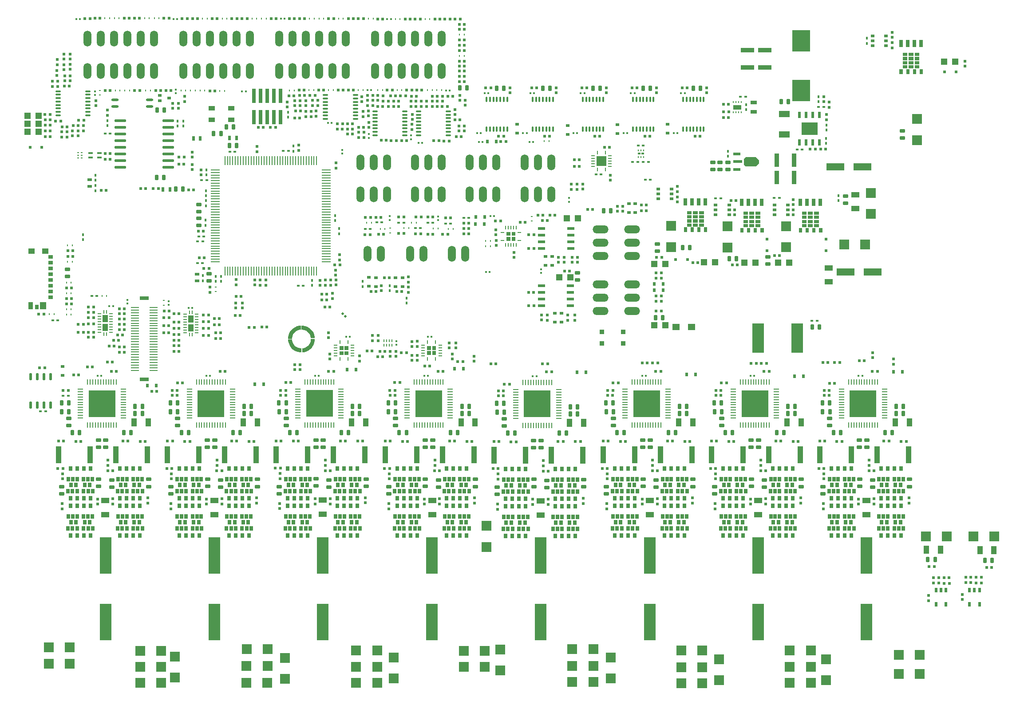
<source format=gtp>
G04*
G04 #@! TF.GenerationSoftware,Altium Limited,Altium Designer,21.0.8 (223)*
G04*
G04 Layer_Color=8421504*
%FSLAX25Y25*%
%MOIN*%
G70*
G04*
G04 #@! TF.SameCoordinates,5566C36B-964F-41A9-A7E5-395C2F312E01*
G04*
G04*
G04 #@! TF.FilePolarity,Positive*
G04*
G01*
G75*
%ADD35O,0.05900X0.11900*%
%ADD36O,0.11900X0.05900*%
%ADD37R,0.03937X0.05315*%
%ADD38R,0.02359X0.01181*%
%ADD39R,0.02756X0.03543*%
%ADD40R,0.01201X0.01024*%
%ADD41R,0.05312X0.04918*%
G04:AMPARAMS|DCode=42|XSize=20mil|YSize=22mil|CornerRadius=3.4mil|HoleSize=0mil|Usage=FLASHONLY|Rotation=0.000|XOffset=0mil|YOffset=0mil|HoleType=Round|Shape=RoundedRectangle|*
%AMROUNDEDRECTD42*
21,1,0.02000,0.01520,0,0,0.0*
21,1,0.01320,0.02200,0,0,0.0*
1,1,0.00680,0.00660,-0.00760*
1,1,0.00680,-0.00660,-0.00760*
1,1,0.00680,-0.00660,0.00760*
1,1,0.00680,0.00660,0.00760*
%
%ADD42ROUNDEDRECTD42*%
%ADD43R,0.08855X0.21847*%
%ADD44R,0.06099X0.00965*%
%ADD45R,0.06887X0.02950*%
%ADD46C,0.02200*%
%ADD47R,0.00984X0.01378*%
%ADD48R,0.01454X0.01454*%
%ADD49P,0.02056X4X90.0*%
G04:AMPARAMS|DCode=50|XSize=20mil|YSize=22mil|CornerRadius=3.4mil|HoleSize=0mil|Usage=FLASHONLY|Rotation=270.000|XOffset=0mil|YOffset=0mil|HoleType=Round|Shape=RoundedRectangle|*
%AMROUNDEDRECTD50*
21,1,0.02000,0.01520,0,0,270.0*
21,1,0.01320,0.02200,0,0,270.0*
1,1,0.00680,-0.00760,-0.00660*
1,1,0.00680,-0.00760,0.00660*
1,1,0.00680,0.00760,0.00660*
1,1,0.00680,0.00760,-0.00660*
%
%ADD50ROUNDEDRECTD50*%
%ADD51R,0.00784X0.02950*%
%ADD52R,0.02950X0.00784*%
%ADD53R,0.01378X0.00984*%
%ADD54R,0.01454X0.01454*%
%ADD55R,0.04600X0.04600*%
%ADD56R,0.01965X0.01769*%
%ADD57R,0.00902X0.01375*%
%ADD58O,0.04524X0.01375*%
G04:AMPARAMS|DCode=59|XSize=27.13mil|YSize=37.37mil|CornerRadius=4.83mil|HoleSize=0mil|Usage=FLASHONLY|Rotation=180.000|XOffset=0mil|YOffset=0mil|HoleType=Round|Shape=RoundedRectangle|*
%AMROUNDEDRECTD59*
21,1,0.02713,0.02772,0,0,180.0*
21,1,0.01748,0.03737,0,0,180.0*
1,1,0.00965,-0.00874,0.01386*
1,1,0.00965,0.00874,0.01386*
1,1,0.00965,0.00874,-0.01386*
1,1,0.00965,-0.00874,-0.01386*
%
%ADD59ROUNDEDRECTD59*%
%ADD60R,0.08855X0.27556*%
%ADD61R,0.13186X0.05312*%
%ADD62R,0.02162X0.02950*%
%ADD63O,0.01375X0.04524*%
%ADD64R,0.02950X0.02162*%
%ADD65R,0.06099X0.03343*%
%ADD66R,0.00784X0.01769*%
%ADD67R,0.01769X0.01965*%
%ADD68R,0.04721X0.02950*%
G04:AMPARAMS|DCode=69|XSize=27.13mil|YSize=37.37mil|CornerRadius=4.83mil|HoleSize=0mil|Usage=FLASHONLY|Rotation=90.000|XOffset=0mil|YOffset=0mil|HoleType=Round|Shape=RoundedRectangle|*
%AMROUNDEDRECTD69*
21,1,0.02713,0.02772,0,0,90.0*
21,1,0.01748,0.03737,0,0,90.0*
1,1,0.00965,0.01386,0.00874*
1,1,0.00965,0.01386,-0.00874*
1,1,0.00965,-0.01386,-0.00874*
1,1,0.00965,-0.01386,0.00874*
%
%ADD69ROUNDEDRECTD69*%
%ADD70R,0.05312X0.02162*%
%ADD71R,0.06887X0.02162*%
%ADD72O,0.02950X0.00902*%
%ADD73O,0.00902X0.02950*%
%ADD74R,0.05800X0.02200*%
%ADD75R,0.07700X0.07700*%
%ADD76R,0.07700X0.07700*%
%ADD77R,0.04131X0.06493*%
%ADD78R,0.01965X0.03737*%
%ADD79R,0.04328X0.12989*%
%ADD80R,0.02753X0.03540*%
%ADD81R,0.06493X0.04131*%
%ADD82R,0.00587X0.02359*%
%ADD83R,0.00587X0.02162*%
%ADD84O,0.04524X0.00784*%
%ADD85O,0.00784X0.04524*%
%ADD86R,0.19879X0.19879*%
%ADD87R,0.03737X0.02556*%
%ADD88R,0.04524X0.03934*%
%ADD89R,0.04524X0.04328*%
%ADD90R,0.04524X0.05509*%
%ADD91R,0.02531X0.03737*%
%ADD92R,0.03343X0.05312*%
%ADD93O,0.02162X0.05706*%
%ADD94R,0.02753X0.10824*%
%ADD95O,0.06887X0.00781*%
%ADD96O,0.00781X0.06887*%
%ADD97R,0.04524X0.03343*%
%ADD98O,0.08855X0.02162*%
%ADD99R,0.03147X0.02162*%
%ADD100R,0.02200X0.02200*%
%ADD101R,0.03343X0.03737*%
%ADD102R,0.03343X0.01375*%
%ADD103R,0.07800X0.07800*%
%ADD104R,0.02950X0.01965*%
%ADD105O,0.05509X0.01965*%
%ADD106R,0.03265X0.02438*%
%ADD107R,0.03540X0.10430*%
%ADD108R,0.08100X0.04800*%
%ADD109R,0.13580X0.15942*%
%ADD110R,0.01965X0.04721*%
%ADD111R,0.12005X0.09249*%
%ADD112R,0.02600X0.05400*%
%ADD113R,0.10430X0.03540*%
%ADD114R,0.02438X0.03265*%
%ADD115R,0.02200X0.02200*%
G36*
X52418Y378729D02*
X48875D01*
Y381091D01*
X52418D01*
Y378729D01*
D02*
G37*
G36*
X47890D02*
X44347D01*
Y381091D01*
X47890D01*
Y378729D01*
D02*
G37*
G36*
X43363D02*
X39819D01*
Y381091D01*
X43363D01*
Y378729D01*
D02*
G37*
G36*
X52418Y375678D02*
X48875D01*
Y378040D01*
X52418D01*
Y375678D01*
D02*
G37*
G36*
X47890D02*
X44347D01*
Y378040D01*
X47890D01*
Y375678D01*
D02*
G37*
G36*
X43363D02*
X39819D01*
Y378040D01*
X43363D01*
Y375678D01*
D02*
G37*
G36*
X52418Y372528D02*
X48875D01*
Y374891D01*
X52418D01*
Y372528D01*
D02*
G37*
G36*
X47890D02*
X44347D01*
Y374891D01*
X47890D01*
Y372528D01*
D02*
G37*
G36*
X43363D02*
X39819D01*
Y374891D01*
X43363D01*
Y372528D01*
D02*
G37*
G36*
X52418Y369477D02*
X48875D01*
Y371839D01*
X52418D01*
Y369477D01*
D02*
G37*
G36*
X47890D02*
X44347D01*
Y371839D01*
X47890D01*
Y369477D01*
D02*
G37*
G36*
X43363D02*
X39819D01*
Y371839D01*
X43363D01*
Y369477D01*
D02*
G37*
G36*
X55075Y365343D02*
X52713D01*
Y368887D01*
X55075D01*
Y365343D01*
D02*
G37*
G36*
X49957D02*
X47595D01*
Y368887D01*
X49957D01*
Y365343D01*
D02*
G37*
G36*
X44938D02*
X42575D01*
Y368887D01*
X44938D01*
Y365343D01*
D02*
G37*
G36*
X39819D02*
X37457D01*
Y368887D01*
X39819D01*
Y365343D01*
D02*
G37*
G36*
X-68144Y300589D02*
X-68144Y298189D01*
X-70444Y295889D01*
X-77944Y295889D01*
X-79343Y297290D01*
X-79344Y301489D01*
X-77944Y302889D01*
X-70444Y302889D01*
X-68144Y300589D01*
D02*
G37*
G36*
X-109512Y259882D02*
X-113055D01*
Y262244D01*
X-109512D01*
Y259882D01*
D02*
G37*
G36*
X-114039D02*
X-117583D01*
Y262244D01*
X-114039D01*
Y259882D01*
D02*
G37*
G36*
X-118567D02*
X-122110D01*
Y262244D01*
X-118567D01*
Y259882D01*
D02*
G37*
G36*
X-23163Y259483D02*
X-26706D01*
Y261845D01*
X-23163D01*
Y259483D01*
D02*
G37*
G36*
X-27690D02*
X-31234D01*
Y261845D01*
X-27690D01*
Y259483D01*
D02*
G37*
G36*
X-32218D02*
X-35761D01*
Y261845D01*
X-32218D01*
Y259483D01*
D02*
G37*
G36*
X-67162Y259482D02*
X-70705D01*
Y261844D01*
X-67162D01*
Y259482D01*
D02*
G37*
G36*
X-71690D02*
X-75233D01*
Y261844D01*
X-71690D01*
Y259482D01*
D02*
G37*
G36*
X-76217D02*
X-79761D01*
Y261844D01*
X-76217D01*
Y259482D01*
D02*
G37*
G36*
X-109512Y256831D02*
X-113055D01*
Y259193D01*
X-109512D01*
Y256831D01*
D02*
G37*
G36*
X-114039D02*
X-117583D01*
Y259193D01*
X-114039D01*
Y256831D01*
D02*
G37*
G36*
X-118567D02*
X-122110D01*
Y259193D01*
X-118567D01*
Y256831D01*
D02*
G37*
G36*
X-23163Y256431D02*
X-26706D01*
Y258794D01*
X-23163D01*
Y256431D01*
D02*
G37*
G36*
X-27690D02*
X-31234D01*
Y258794D01*
X-27690D01*
Y256431D01*
D02*
G37*
G36*
X-32218D02*
X-35761D01*
Y258794D01*
X-32218D01*
Y256431D01*
D02*
G37*
G36*
X-67162Y256431D02*
X-70705D01*
Y258793D01*
X-67162D01*
Y256431D01*
D02*
G37*
G36*
X-71690D02*
X-75233D01*
Y258793D01*
X-71690D01*
Y256431D01*
D02*
G37*
G36*
X-76217D02*
X-79761D01*
Y258793D01*
X-76217D01*
Y256431D01*
D02*
G37*
G36*
X-109512Y253681D02*
X-113055D01*
Y256043D01*
X-109512D01*
Y253681D01*
D02*
G37*
G36*
X-114039D02*
X-117583D01*
Y256043D01*
X-114039D01*
Y253681D01*
D02*
G37*
G36*
X-118567D02*
X-122110D01*
Y256043D01*
X-118567D01*
Y253681D01*
D02*
G37*
G36*
X-23163Y253282D02*
X-26706D01*
Y255644D01*
X-23163D01*
Y253282D01*
D02*
G37*
G36*
X-27690D02*
X-31234D01*
Y255644D01*
X-27690D01*
Y253282D01*
D02*
G37*
G36*
X-32218D02*
X-35761D01*
Y255644D01*
X-32218D01*
Y253282D01*
D02*
G37*
G36*
X-67162Y253281D02*
X-70705D01*
Y255643D01*
X-67162D01*
Y253281D01*
D02*
G37*
G36*
X-71690D02*
X-75233D01*
Y255643D01*
X-71690D01*
Y253281D01*
D02*
G37*
G36*
X-76217D02*
X-79761D01*
Y255643D01*
X-76217D01*
Y253281D01*
D02*
G37*
G36*
X-109512Y250630D02*
X-113055D01*
Y252992D01*
X-109512D01*
Y250630D01*
D02*
G37*
G36*
X-114039D02*
X-117583D01*
Y252992D01*
X-114039D01*
Y250630D01*
D02*
G37*
G36*
X-118567D02*
X-122110D01*
Y252992D01*
X-118567D01*
Y250630D01*
D02*
G37*
G36*
X-23163Y250231D02*
X-26706D01*
Y252593D01*
X-23163D01*
Y250231D01*
D02*
G37*
G36*
X-27690D02*
X-31234D01*
Y252593D01*
X-27690D01*
Y250231D01*
D02*
G37*
G36*
X-32218D02*
X-35761D01*
Y252593D01*
X-32218D01*
Y250231D01*
D02*
G37*
G36*
X-67162Y250230D02*
X-70705D01*
Y252592D01*
X-67162D01*
Y250230D01*
D02*
G37*
G36*
X-71690D02*
X-75233D01*
Y252592D01*
X-71690D01*
Y250230D01*
D02*
G37*
G36*
X-76217D02*
X-79761D01*
Y252592D01*
X-76217D01*
Y250230D01*
D02*
G37*
G36*
X-106854Y246496D02*
X-109216D01*
Y250040D01*
X-106854D01*
Y246496D01*
D02*
G37*
G36*
X-111972D02*
X-114335D01*
Y250040D01*
X-111972D01*
Y246496D01*
D02*
G37*
G36*
X-116992D02*
X-119354D01*
Y250040D01*
X-116992D01*
Y246496D01*
D02*
G37*
G36*
X-122110D02*
X-124472D01*
Y250040D01*
X-122110D01*
Y246496D01*
D02*
G37*
G36*
X-20505Y246097D02*
X-22867D01*
Y249640D01*
X-20505D01*
Y246097D01*
D02*
G37*
G36*
X-25623D02*
X-27986D01*
Y249640D01*
X-25623D01*
Y246097D01*
D02*
G37*
G36*
X-30643D02*
X-33005D01*
Y249640D01*
X-30643D01*
Y246097D01*
D02*
G37*
G36*
X-35761D02*
X-38123D01*
Y249640D01*
X-35761D01*
Y246097D01*
D02*
G37*
G36*
X-64505Y246096D02*
X-66867D01*
Y249640D01*
X-64505D01*
Y246096D01*
D02*
G37*
G36*
X-69623D02*
X-71985D01*
Y249640D01*
X-69623D01*
Y246096D01*
D02*
G37*
G36*
X-74642D02*
X-77005D01*
Y249640D01*
X-74642D01*
Y246096D01*
D02*
G37*
G36*
X-79761D02*
X-82123D01*
Y249640D01*
X-79761D01*
Y246096D01*
D02*
G37*
G36*
X-250973Y243756D02*
X-253847D01*
Y246591D01*
X-250973D01*
Y243756D01*
D02*
G37*
G36*
X-254753Y243717D02*
X-257587D01*
Y246591D01*
X-254753D01*
Y243717D01*
D02*
G37*
G36*
X-250973Y239977D02*
X-253808D01*
Y242851D01*
X-250973D01*
Y239977D01*
D02*
G37*
G36*
X-254713D02*
X-257587D01*
Y242811D01*
X-254713D01*
Y239977D01*
D02*
G37*
G36*
X-411600Y176200D02*
X-411600D01*
X-411600Y176200D01*
Y176200D01*
D02*
G37*
G36*
X-408746Y175898D02*
X-406953Y175209D01*
X-405329Y174183D01*
X-403936Y172859D01*
X-402828Y171290D01*
X-402047Y169534D01*
X-401625Y167660D01*
X-401600Y166700D01*
X-404600D01*
X-404600Y166700D01*
X-404657Y167360D01*
X-404963Y168649D01*
X-405515Y169852D01*
X-406291Y170925D01*
X-407261Y171827D01*
X-408388Y172521D01*
X-409630Y172982D01*
X-410937Y173192D01*
X-411600Y173200D01*
X-411600Y176200D01*
X-410640Y176225D01*
X-408746Y175898D01*
D02*
G37*
G36*
X-412100Y173200D02*
X-412100Y173200D01*
X-412760Y173143D01*
X-414049Y172837D01*
X-415252Y172285D01*
X-416325Y171509D01*
X-417227Y170539D01*
X-417921Y169412D01*
X-418382Y168170D01*
X-418592Y166863D01*
X-418600Y166200D01*
X-421600Y166200D01*
Y166200D01*
X-421625Y167160D01*
X-421298Y169054D01*
X-420609Y170847D01*
X-419583Y172471D01*
X-418259Y173864D01*
X-416690Y174972D01*
X-414934Y175752D01*
X-413060Y176175D01*
X-412100Y176200D01*
X-412100Y173200D01*
D02*
G37*
G36*
X-310614Y158016D02*
X-313488D01*
Y160851D01*
X-310614D01*
Y158016D01*
D02*
G37*
G36*
X-314394Y157977D02*
X-317228D01*
Y160851D01*
X-314394D01*
Y157977D01*
D02*
G37*
G36*
X-376390Y157915D02*
X-379264D01*
Y160750D01*
X-376390D01*
Y157915D01*
D02*
G37*
G36*
X-380170Y157876D02*
X-383004D01*
Y160750D01*
X-380170D01*
Y157876D01*
D02*
G37*
G36*
X-401600Y166200D02*
X-401575Y165240D01*
X-401902Y163346D01*
X-402591Y161553D01*
X-403617Y159929D01*
X-404941Y158536D01*
X-406510Y157428D01*
X-408266Y156648D01*
X-410140Y156225D01*
X-411100Y156200D01*
Y159200D01*
X-411100Y159200D01*
X-410440Y159257D01*
X-409151Y159563D01*
X-407948Y160115D01*
X-406875Y160891D01*
X-405973Y161861D01*
X-405279Y162988D01*
X-404818Y164230D01*
X-404608Y165537D01*
X-404600Y166200D01*
X-401600Y166200D01*
D01*
X-401600D01*
X-401600D01*
D02*
G37*
G36*
X-418600Y165700D02*
X-418543Y165040D01*
X-418237Y163751D01*
X-417685Y162548D01*
X-416909Y161475D01*
X-415939Y160573D01*
X-414812Y159879D01*
X-413570Y159418D01*
X-412263Y159208D01*
X-411600Y159200D01*
X-411600Y156200D01*
X-412560Y156175D01*
X-414454Y156502D01*
X-416247Y157191D01*
X-417871Y158217D01*
X-419264Y159540D01*
X-420372Y161110D01*
X-421152Y162866D01*
X-421575Y164740D01*
X-421600Y165700D01*
X-418600Y165700D01*
X-418600Y165700D01*
D02*
G37*
G36*
X-310614Y154236D02*
X-313449D01*
Y157111D01*
X-310614D01*
Y154236D01*
D02*
G37*
G36*
X-314354D02*
X-317228D01*
Y157071D01*
X-314354D01*
Y154236D01*
D02*
G37*
G36*
X-376390Y154136D02*
X-379225D01*
Y157010D01*
X-376390D01*
Y154136D01*
D02*
G37*
G36*
X-380130D02*
X-383004D01*
Y156970D01*
X-380130D01*
Y154136D01*
D02*
G37*
G54D35*
X-572510Y391900D02*
D03*
X-562510D02*
D03*
X-552510D02*
D03*
X-542511Y391875D02*
D03*
X-532510Y391900D02*
D03*
X-522510D02*
D03*
Y367600D02*
D03*
X-532510D02*
D03*
X-542510D02*
D03*
X-552510Y367625D02*
D03*
X-562510Y367600D02*
D03*
X-572510D02*
D03*
X-500444Y391900D02*
D03*
X-490444D02*
D03*
X-480443D02*
D03*
X-470444Y391875D02*
D03*
X-460443Y391900D02*
D03*
X-450444D02*
D03*
Y367600D02*
D03*
X-460443D02*
D03*
X-470443D02*
D03*
X-480443Y367625D02*
D03*
X-490444Y367600D02*
D03*
X-500444D02*
D03*
X-428377Y391900D02*
D03*
X-418377D02*
D03*
X-408377D02*
D03*
X-398377Y391875D02*
D03*
X-388377Y391900D02*
D03*
X-378377D02*
D03*
Y367600D02*
D03*
X-388377D02*
D03*
X-398377D02*
D03*
X-408376Y367625D02*
D03*
X-418377Y367600D02*
D03*
X-428377D02*
D03*
X-356310Y391900D02*
D03*
X-346310D02*
D03*
X-336310D02*
D03*
X-326311Y391875D02*
D03*
X-316310Y391900D02*
D03*
X-306310D02*
D03*
Y367600D02*
D03*
X-316310D02*
D03*
X-326310D02*
D03*
X-336310Y367625D02*
D03*
X-346310Y367600D02*
D03*
X-356310D02*
D03*
X-234138Y298826D02*
D03*
X-224138D02*
D03*
X-244138D02*
D03*
X-224138Y274826D02*
D03*
X-244138D02*
D03*
X-234138D02*
D03*
X-320173Y230226D02*
D03*
X-330173D02*
D03*
X-357473Y274826D02*
D03*
X-367473D02*
D03*
X-347473D02*
D03*
X-265373D02*
D03*
X-285373D02*
D03*
X-275373D02*
D03*
X-306423D02*
D03*
X-326423D02*
D03*
X-316423D02*
D03*
X-285373Y298826D02*
D03*
X-265373D02*
D03*
X-275373D02*
D03*
X-326423D02*
D03*
X-306423D02*
D03*
X-316423D02*
D03*
X-367473D02*
D03*
X-347473D02*
D03*
X-357473D02*
D03*
X-288673Y230226D02*
D03*
X-298673D02*
D03*
X-351873D02*
D03*
X-361873D02*
D03*
G54D36*
X-187150Y187071D02*
D03*
Y207071D02*
D03*
Y197071D02*
D03*
Y228646D02*
D03*
Y248646D02*
D03*
Y238646D02*
D03*
X-163331Y207071D02*
D03*
Y187071D02*
D03*
Y197071D02*
D03*
Y248548D02*
D03*
Y228548D02*
D03*
Y238547D02*
D03*
G54D37*
X-494616Y174616D02*
D03*
X-494616Y181112D02*
D03*
X-558910Y174952D02*
D03*
X-558911Y181449D02*
D03*
G54D38*
X-158102Y305362D02*
D03*
X-155343D02*
D03*
G54D39*
X21843Y51699D02*
D03*
X28732D02*
D03*
X25288D02*
D03*
X22118Y60872D02*
D03*
X24047Y56384D02*
D03*
X27925D02*
D03*
X25425Y60872D02*
D03*
X28732D02*
D03*
X33536D02*
D03*
X36843D02*
D03*
X34343Y56384D02*
D03*
X38221D02*
D03*
X40150Y60872D02*
D03*
X36980Y51699D02*
D03*
X33536D02*
D03*
X40425D02*
D03*
X38634Y46384D02*
D03*
X33634D02*
D03*
X28634D02*
D03*
X23634D02*
D03*
X21843Y23746D02*
D03*
X28732D02*
D03*
X25288D02*
D03*
X22118Y32919D02*
D03*
X24047Y28431D02*
D03*
X27925D02*
D03*
X25425Y32919D02*
D03*
X28732D02*
D03*
X33536D02*
D03*
X36843D02*
D03*
X34343Y28431D02*
D03*
X38221D02*
D03*
X40150Y32919D02*
D03*
X36980Y23746D02*
D03*
X33536D02*
D03*
X40425D02*
D03*
X38634Y18431D02*
D03*
X33634D02*
D03*
X28634D02*
D03*
X23634D02*
D03*
X-13615Y46384D02*
D03*
X-8615D02*
D03*
X-3615D02*
D03*
X1385D02*
D03*
X3176Y51699D02*
D03*
X-3713D02*
D03*
X-268D02*
D03*
X2901Y60872D02*
D03*
X972Y56384D02*
D03*
X-2906D02*
D03*
X-406Y60872D02*
D03*
X-3713D02*
D03*
X-8517D02*
D03*
X-11824D02*
D03*
X-9324Y56384D02*
D03*
X-13202D02*
D03*
X-15131Y60872D02*
D03*
X-11961Y51699D02*
D03*
X-8517D02*
D03*
X-15406D02*
D03*
X-15406Y23746D02*
D03*
X-8517D02*
D03*
X-11961D02*
D03*
X-15131Y32919D02*
D03*
X-13202Y28431D02*
D03*
X-9324D02*
D03*
X-11824Y32919D02*
D03*
X-8517D02*
D03*
X-3713D02*
D03*
X-406D02*
D03*
X-2906Y28431D02*
D03*
X972D02*
D03*
X2901Y32919D02*
D03*
X-268Y23746D02*
D03*
X-3713D02*
D03*
X3176D02*
D03*
X1385Y18431D02*
D03*
X-3615D02*
D03*
X-8615D02*
D03*
X-13615D02*
D03*
X-59457Y51699D02*
D03*
X-52568D02*
D03*
X-56012D02*
D03*
X-59182Y60872D02*
D03*
X-57253Y56384D02*
D03*
X-53375D02*
D03*
X-55875Y60872D02*
D03*
X-52568D02*
D03*
X-47765D02*
D03*
X-44457D02*
D03*
X-46957Y56384D02*
D03*
X-43080D02*
D03*
X-41150Y60872D02*
D03*
X-44320Y51699D02*
D03*
X-47765D02*
D03*
X-40875D02*
D03*
X-42666Y46384D02*
D03*
X-47666D02*
D03*
X-52666D02*
D03*
X-57666D02*
D03*
X-96706Y51699D02*
D03*
X-89816D02*
D03*
X-93261D02*
D03*
X-96431Y60872D02*
D03*
X-94502Y56384D02*
D03*
X-90624D02*
D03*
X-93124Y60872D02*
D03*
X-89816D02*
D03*
X-85013D02*
D03*
X-81706D02*
D03*
X-84206Y56384D02*
D03*
X-80328D02*
D03*
X-78399Y60872D02*
D03*
X-81568Y51699D02*
D03*
X-85013D02*
D03*
X-78123D02*
D03*
X-79915Y46384D02*
D03*
X-84915D02*
D03*
X-89915D02*
D03*
X-94915D02*
D03*
X-96706Y23746D02*
D03*
X-89816D02*
D03*
X-93261D02*
D03*
X-96431Y32919D02*
D03*
X-94502Y28431D02*
D03*
X-90623D02*
D03*
X-93124Y32919D02*
D03*
X-89816D02*
D03*
X-85013D02*
D03*
X-81706D02*
D03*
X-84206Y28431D02*
D03*
X-80328D02*
D03*
X-78399Y32919D02*
D03*
X-81568Y23746D02*
D03*
X-85013D02*
D03*
X-78123D02*
D03*
X-79915Y18431D02*
D03*
X-84915D02*
D03*
X-89915D02*
D03*
X-94915D02*
D03*
X-222813Y51401D02*
D03*
X-215923D02*
D03*
X-219368D02*
D03*
X-222537Y60574D02*
D03*
X-220608Y56086D02*
D03*
X-216730D02*
D03*
X-219230Y60574D02*
D03*
X-215923D02*
D03*
X-211120D02*
D03*
X-207813D02*
D03*
X-210313Y56086D02*
D03*
X-206435D02*
D03*
X-204506Y60574D02*
D03*
X-207675Y51401D02*
D03*
X-211120D02*
D03*
X-204230D02*
D03*
X-206022Y46086D02*
D03*
X-211022D02*
D03*
X-216022D02*
D03*
X-221022D02*
D03*
X-178006Y51699D02*
D03*
X-171116D02*
D03*
X-174561D02*
D03*
X-177731Y60872D02*
D03*
X-175802Y56384D02*
D03*
X-171924D02*
D03*
X-174424Y60872D02*
D03*
X-171116D02*
D03*
X-166313D02*
D03*
X-163006D02*
D03*
X-165506Y56384D02*
D03*
X-161628D02*
D03*
X-159699Y60872D02*
D03*
X-162868Y51699D02*
D03*
X-166313D02*
D03*
X-159423D02*
D03*
X-161215Y46384D02*
D03*
X-166215D02*
D03*
X-171215D02*
D03*
X-176215D02*
D03*
X-140757Y51699D02*
D03*
X-133868D02*
D03*
X-137313D02*
D03*
X-140482Y60872D02*
D03*
X-138553Y56384D02*
D03*
X-134675D02*
D03*
X-137175Y60872D02*
D03*
X-133868D02*
D03*
X-129065D02*
D03*
X-125757D02*
D03*
X-128257Y56384D02*
D03*
X-124380D02*
D03*
X-122450Y60872D02*
D03*
X-125620Y51699D02*
D03*
X-129065D02*
D03*
X-122175D02*
D03*
X-123966Y46384D02*
D03*
X-128966D02*
D03*
X-133966D02*
D03*
X-138966D02*
D03*
X-140757Y23746D02*
D03*
X-133868D02*
D03*
X-137312D02*
D03*
X-140482Y32919D02*
D03*
X-138553Y28431D02*
D03*
X-134675D02*
D03*
X-137175Y32919D02*
D03*
X-133868D02*
D03*
X-129065D02*
D03*
X-125757D02*
D03*
X-128257Y28431D02*
D03*
X-124379D02*
D03*
X-122450Y32919D02*
D03*
X-125620Y23746D02*
D03*
X-129065D02*
D03*
X-122175D02*
D03*
X-123966Y18431D02*
D03*
X-128966D02*
D03*
X-133966D02*
D03*
X-138966D02*
D03*
X-178006Y23746D02*
D03*
X-171116D02*
D03*
X-174561D02*
D03*
X-177731Y32919D02*
D03*
X-175802Y28431D02*
D03*
X-171923D02*
D03*
X-174424Y32919D02*
D03*
X-171116D02*
D03*
X-166313D02*
D03*
X-163006D02*
D03*
X-165506Y28431D02*
D03*
X-161628D02*
D03*
X-159699Y32919D02*
D03*
X-162868Y23746D02*
D03*
X-166313D02*
D03*
X-159423D02*
D03*
X-161215Y18431D02*
D03*
X-166215D02*
D03*
X-171215D02*
D03*
X-176215D02*
D03*
X-260062Y51401D02*
D03*
X-253172D02*
D03*
X-256617D02*
D03*
X-259786Y60574D02*
D03*
X-257857Y56086D02*
D03*
X-253979D02*
D03*
X-256479Y60574D02*
D03*
X-253172D02*
D03*
X-248369D02*
D03*
X-245062D02*
D03*
X-247562Y56086D02*
D03*
X-243684D02*
D03*
X-241755Y60574D02*
D03*
X-244924Y51401D02*
D03*
X-248369D02*
D03*
X-241479D02*
D03*
X-243270Y46086D02*
D03*
X-248270D02*
D03*
X-253270D02*
D03*
X-258270D02*
D03*
X-260062Y23448D02*
D03*
X-253172D02*
D03*
X-256617D02*
D03*
X-259786Y32621D02*
D03*
X-257857Y28133D02*
D03*
X-253979D02*
D03*
X-256479Y32621D02*
D03*
X-253172D02*
D03*
X-248369D02*
D03*
X-245062D02*
D03*
X-247562Y28133D02*
D03*
X-243684D02*
D03*
X-241755Y32621D02*
D03*
X-244924Y23448D02*
D03*
X-248369D02*
D03*
X-241479D02*
D03*
X-243270Y18133D02*
D03*
X-248270D02*
D03*
X-253270D02*
D03*
X-258270D02*
D03*
X-222813Y23448D02*
D03*
X-215923D02*
D03*
X-219368D02*
D03*
X-222537Y32621D02*
D03*
X-220608Y28133D02*
D03*
X-216730D02*
D03*
X-219230Y32621D02*
D03*
X-215923D02*
D03*
X-211120D02*
D03*
X-207813D02*
D03*
X-210313Y28133D02*
D03*
X-206435D02*
D03*
X-204506Y32621D02*
D03*
X-207675Y23448D02*
D03*
X-211120D02*
D03*
X-204230D02*
D03*
X-206022Y18133D02*
D03*
X-211022D02*
D03*
X-216022D02*
D03*
X-221022D02*
D03*
X-341589Y51699D02*
D03*
X-334699D02*
D03*
X-338144D02*
D03*
X-341313Y60872D02*
D03*
X-339384Y56384D02*
D03*
X-335506D02*
D03*
X-338006Y60872D02*
D03*
X-334699D02*
D03*
X-329896D02*
D03*
X-326589D02*
D03*
X-329089Y56384D02*
D03*
X-325211D02*
D03*
X-323282Y60872D02*
D03*
X-326451Y51699D02*
D03*
X-329896D02*
D03*
X-323006D02*
D03*
X-324798Y46384D02*
D03*
X-329798D02*
D03*
X-334798D02*
D03*
X-339797D02*
D03*
X-304340Y23746D02*
D03*
X-297450D02*
D03*
X-300895D02*
D03*
X-304064Y32919D02*
D03*
X-302135Y28431D02*
D03*
X-298257D02*
D03*
X-300757Y32919D02*
D03*
X-297450D02*
D03*
X-292647D02*
D03*
X-289340D02*
D03*
X-291840Y28431D02*
D03*
X-287962D02*
D03*
X-286033Y32919D02*
D03*
X-289202Y23746D02*
D03*
X-292647D02*
D03*
X-285757D02*
D03*
X-287549Y18431D02*
D03*
X-292549D02*
D03*
X-297549D02*
D03*
X-302549D02*
D03*
X-304340Y51699D02*
D03*
X-297450D02*
D03*
X-300895D02*
D03*
X-304064Y60872D02*
D03*
X-302135Y56384D02*
D03*
X-298257D02*
D03*
X-300757Y60872D02*
D03*
X-297450D02*
D03*
X-292647D02*
D03*
X-289340D02*
D03*
X-291840Y56384D02*
D03*
X-287962D02*
D03*
X-286033Y60872D02*
D03*
X-289202Y51699D02*
D03*
X-292647D02*
D03*
X-285757D02*
D03*
X-287549Y46384D02*
D03*
X-292549D02*
D03*
X-297549D02*
D03*
X-302549D02*
D03*
X-386396Y51795D02*
D03*
X-379506D02*
D03*
X-382951D02*
D03*
X-386120Y60968D02*
D03*
X-384191Y56480D02*
D03*
X-380313D02*
D03*
X-382813Y60968D02*
D03*
X-379506D02*
D03*
X-374703D02*
D03*
X-371396D02*
D03*
X-373896Y56480D02*
D03*
X-370018D02*
D03*
X-368089Y60968D02*
D03*
X-371258Y51795D02*
D03*
X-374703D02*
D03*
X-367813D02*
D03*
X-369604Y46480D02*
D03*
X-374604D02*
D03*
X-379604D02*
D03*
X-384604D02*
D03*
X-341589Y23746D02*
D03*
X-334699D02*
D03*
X-338144D02*
D03*
X-341313Y32919D02*
D03*
X-339384Y28431D02*
D03*
X-335506D02*
D03*
X-338006Y32919D02*
D03*
X-334699D02*
D03*
X-329896D02*
D03*
X-326589D02*
D03*
X-329089Y28431D02*
D03*
X-325211D02*
D03*
X-323282Y32919D02*
D03*
X-326451Y23746D02*
D03*
X-329896D02*
D03*
X-323006D02*
D03*
X-324798Y18431D02*
D03*
X-329798D02*
D03*
X-334798D02*
D03*
X-339797D02*
D03*
X-386396Y23842D02*
D03*
X-379506D02*
D03*
X-382951D02*
D03*
X-386120Y33015D02*
D03*
X-384191Y28527D02*
D03*
X-380313D02*
D03*
X-382813Y33015D02*
D03*
X-379506D02*
D03*
X-374703D02*
D03*
X-371396D02*
D03*
X-373896Y28527D02*
D03*
X-370018D02*
D03*
X-368089Y33015D02*
D03*
X-371258Y23842D02*
D03*
X-374703D02*
D03*
X-367813D02*
D03*
X-369604Y18527D02*
D03*
X-374604D02*
D03*
X-379604D02*
D03*
X-384604D02*
D03*
X-423644Y51795D02*
D03*
X-416755D02*
D03*
X-420199D02*
D03*
X-423369Y60968D02*
D03*
X-421440Y56480D02*
D03*
X-417562D02*
D03*
X-420062Y60968D02*
D03*
X-416755D02*
D03*
X-411951D02*
D03*
X-408644D02*
D03*
X-411144Y56480D02*
D03*
X-407267D02*
D03*
X-405337Y60968D02*
D03*
X-408507Y51795D02*
D03*
X-411951D02*
D03*
X-405062D02*
D03*
X-406853Y46480D02*
D03*
X-411853D02*
D03*
X-416853D02*
D03*
X-421853D02*
D03*
X-423644Y23842D02*
D03*
X-416755D02*
D03*
X-420199D02*
D03*
X-423369Y33015D02*
D03*
X-421440Y28527D02*
D03*
X-417562D02*
D03*
X-420062Y33015D02*
D03*
X-416755D02*
D03*
X-411951D02*
D03*
X-408644D02*
D03*
X-411144Y28527D02*
D03*
X-407267D02*
D03*
X-405337Y33015D02*
D03*
X-408507Y23842D02*
D03*
X-411951D02*
D03*
X-405062D02*
D03*
X-406853Y18527D02*
D03*
X-411853D02*
D03*
X-416853D02*
D03*
X-421853D02*
D03*
X-467923Y51699D02*
D03*
X-461033D02*
D03*
X-464478D02*
D03*
X-467647Y60872D02*
D03*
X-465718Y56384D02*
D03*
X-461840D02*
D03*
X-464340Y60872D02*
D03*
X-461033D02*
D03*
X-456230D02*
D03*
X-452923D02*
D03*
X-455423Y56384D02*
D03*
X-451545D02*
D03*
X-449616Y60872D02*
D03*
X-452785Y51699D02*
D03*
X-456230D02*
D03*
X-449340D02*
D03*
X-451131Y46384D02*
D03*
X-456131D02*
D03*
X-461131D02*
D03*
X-466131D02*
D03*
X-505172Y51699D02*
D03*
X-498282D02*
D03*
X-501727D02*
D03*
X-504896Y60872D02*
D03*
X-502967Y56384D02*
D03*
X-499089D02*
D03*
X-501589Y60872D02*
D03*
X-498282D02*
D03*
X-493479D02*
D03*
X-490172D02*
D03*
X-492672Y56384D02*
D03*
X-488794D02*
D03*
X-486865Y60872D02*
D03*
X-490034Y51699D02*
D03*
X-493479D02*
D03*
X-486589D02*
D03*
X-488380Y46384D02*
D03*
X-493380D02*
D03*
X-498380D02*
D03*
X-503380D02*
D03*
X-505172Y23746D02*
D03*
X-498282D02*
D03*
X-501727D02*
D03*
X-504896Y32919D02*
D03*
X-502967Y28431D02*
D03*
X-499089D02*
D03*
X-501589Y32919D02*
D03*
X-498282D02*
D03*
X-493479D02*
D03*
X-490172D02*
D03*
X-492672Y28431D02*
D03*
X-488794D02*
D03*
X-486865Y32919D02*
D03*
X-490034Y23746D02*
D03*
X-493479D02*
D03*
X-486589D02*
D03*
X-488380Y18431D02*
D03*
X-493380D02*
D03*
X-498380D02*
D03*
X-503380D02*
D03*
X-467923Y23746D02*
D03*
X-461033D02*
D03*
X-464478D02*
D03*
X-467647Y32919D02*
D03*
X-465718Y28431D02*
D03*
X-461840D02*
D03*
X-464340Y32919D02*
D03*
X-461033D02*
D03*
X-456230D02*
D03*
X-452923D02*
D03*
X-455423Y28431D02*
D03*
X-451545D02*
D03*
X-449616Y32919D02*
D03*
X-452785Y23746D02*
D03*
X-456230D02*
D03*
X-449340D02*
D03*
X-451131Y18431D02*
D03*
X-456131D02*
D03*
X-461131D02*
D03*
X-466131D02*
D03*
X-59457Y23746D02*
D03*
X-52568D02*
D03*
X-56012D02*
D03*
X-59182Y32919D02*
D03*
X-57253Y28431D02*
D03*
X-53375D02*
D03*
X-55875Y32919D02*
D03*
X-52568D02*
D03*
X-47765D02*
D03*
X-44457D02*
D03*
X-46957Y28431D02*
D03*
X-43080D02*
D03*
X-41150Y32919D02*
D03*
X-44320Y23746D02*
D03*
X-47765D02*
D03*
X-40875D02*
D03*
X-42666Y18431D02*
D03*
X-47666D02*
D03*
X-52666D02*
D03*
X-57666D02*
D03*
X-586963Y51699D02*
D03*
X-580073D02*
D03*
X-583518D02*
D03*
X-586687Y60872D02*
D03*
X-584758Y56384D02*
D03*
X-580880D02*
D03*
X-583380Y60872D02*
D03*
X-580073D02*
D03*
X-575270D02*
D03*
X-571963D02*
D03*
X-574463Y56384D02*
D03*
X-570585D02*
D03*
X-568656Y60872D02*
D03*
X-571825Y51699D02*
D03*
X-575270D02*
D03*
X-568380D02*
D03*
X-570172Y46384D02*
D03*
X-575172D02*
D03*
X-580172D02*
D03*
X-585172D02*
D03*
X-549714Y51699D02*
D03*
X-542824D02*
D03*
X-546269D02*
D03*
X-549438Y60872D02*
D03*
X-547509Y56384D02*
D03*
X-543632D02*
D03*
X-546132Y60872D02*
D03*
X-542824D02*
D03*
X-538021D02*
D03*
X-534714D02*
D03*
X-537214Y56384D02*
D03*
X-533336D02*
D03*
X-531407Y60872D02*
D03*
X-534576Y51699D02*
D03*
X-538021D02*
D03*
X-531131D02*
D03*
X-532923Y46384D02*
D03*
X-537923D02*
D03*
X-542923D02*
D03*
X-547923D02*
D03*
X-549714Y23746D02*
D03*
X-542824D02*
D03*
X-546269D02*
D03*
X-549438Y32919D02*
D03*
X-547509Y28431D02*
D03*
X-543632D02*
D03*
X-546132Y32919D02*
D03*
X-542824D02*
D03*
X-538021D02*
D03*
X-534714D02*
D03*
X-537214Y28431D02*
D03*
X-533336D02*
D03*
X-531407Y32919D02*
D03*
X-534576Y23746D02*
D03*
X-538021D02*
D03*
X-531131D02*
D03*
X-532923Y18431D02*
D03*
X-537923D02*
D03*
X-542923D02*
D03*
X-547923D02*
D03*
X-586963Y23746D02*
D03*
X-580073D02*
D03*
X-583518D02*
D03*
X-586687Y32919D02*
D03*
X-584758Y28431D02*
D03*
X-580880D02*
D03*
X-583380Y32919D02*
D03*
X-580073D02*
D03*
X-575270D02*
D03*
X-571963D02*
D03*
X-574463Y28431D02*
D03*
X-570585D02*
D03*
X-568656Y32919D02*
D03*
X-571825Y23746D02*
D03*
X-575270D02*
D03*
X-568380D02*
D03*
X-570172Y18431D02*
D03*
X-575172D02*
D03*
X-580172D02*
D03*
X-585172D02*
D03*
G54D40*
X-576546Y306174D02*
D03*
X-576546Y304209D02*
D03*
X-576545Y302239D02*
D03*
X-579202Y302240D02*
D03*
X-579201Y304207D02*
D03*
X-579203Y306176D02*
D03*
G54D41*
X-118791Y175200D02*
D03*
X-130209D02*
D03*
G54D42*
X-62490Y147977D02*
D03*
X-66280D02*
D03*
X-70134D02*
D03*
X-73924D02*
D03*
X-333810Y406600D02*
D03*
X-330020D02*
D03*
X-533210Y407100D02*
D03*
X-537000D02*
D03*
X-540910D02*
D03*
X-544700D02*
D03*
X-441510Y175100D02*
D03*
X-437720D02*
D03*
X-450910Y175020D02*
D03*
X-447120D02*
D03*
X-476098Y166515D02*
D03*
X-472308D02*
D03*
X-472298Y170782D02*
D03*
X-476088D02*
D03*
X-473298Y176821D02*
D03*
X-477088D02*
D03*
X-473333Y181464D02*
D03*
X-477123D02*
D03*
X-481498Y168782D02*
D03*
X-485288D02*
D03*
X-481498Y174315D02*
D03*
X-485288D02*
D03*
X-481433Y179064D02*
D03*
X-485223D02*
D03*
X-481398Y184064D02*
D03*
X-485188D02*
D03*
X-511310Y176100D02*
D03*
X-515100D02*
D03*
X-511010Y187200D02*
D03*
X-514800D02*
D03*
X-503657Y178702D02*
D03*
X-507447D02*
D03*
X-503657Y185202D02*
D03*
X-507447D02*
D03*
X-503657Y174102D02*
D03*
X-507447D02*
D03*
X-503657Y169402D02*
D03*
X-507447D02*
D03*
X-503657Y165302D02*
D03*
X-507447D02*
D03*
X-503647Y161202D02*
D03*
X-507437D02*
D03*
X-511110Y182100D02*
D03*
X-514900D02*
D03*
X-511210Y171000D02*
D03*
X-515000D02*
D03*
X-503657Y157002D02*
D03*
X-507447D02*
D03*
X-544710Y189000D02*
D03*
X-548500D02*
D03*
X-544710Y185100D02*
D03*
X-548500D02*
D03*
X-544710Y181100D02*
D03*
X-548500D02*
D03*
X-544710Y177100D02*
D03*
X-548500D02*
D03*
X-544710Y173200D02*
D03*
X-548500D02*
D03*
X-546010Y169300D02*
D03*
X-549800D02*
D03*
X-549010Y165200D02*
D03*
X-552800D02*
D03*
X-544710Y160100D02*
D03*
X-548500D02*
D03*
X-552310Y161000D02*
D03*
X-556100D02*
D03*
X-544710Y156100D02*
D03*
X-548500D02*
D03*
X-572410Y145100D02*
D03*
X-568620D02*
D03*
X-553710Y148800D02*
D03*
X-557500D02*
D03*
X-567810Y190100D02*
D03*
X-571600D02*
D03*
X-567810Y186200D02*
D03*
X-571600D02*
D03*
X-567810Y182100D02*
D03*
X-571600D02*
D03*
X-575410Y177300D02*
D03*
X-579200D02*
D03*
X-567810Y177500D02*
D03*
X-571600D02*
D03*
X-575410Y171300D02*
D03*
X-579200D02*
D03*
X-567790D02*
D03*
X-571580D02*
D03*
X-567790Y167400D02*
D03*
X-571580D02*
D03*
X7200Y149700D02*
D03*
X10990D02*
D03*
X-155800Y148300D02*
D03*
X-152010D02*
D03*
X-412820Y147000D02*
D03*
X-416610D02*
D03*
X-147900Y148300D02*
D03*
X-144110D02*
D03*
X-412820Y143139D02*
D03*
X-416610D02*
D03*
X-269500Y147400D02*
D03*
X-265710D02*
D03*
X-226820Y147600D02*
D03*
X-230610D02*
D03*
X-294200Y149300D02*
D03*
X-290410D02*
D03*
X-304610Y315000D02*
D03*
X-300820D02*
D03*
X-292510Y406400D02*
D03*
X-296300D02*
D03*
X-336510Y315300D02*
D03*
X-332720D02*
D03*
X-293010Y371100D02*
D03*
X-289220D02*
D03*
X-291610Y318300D02*
D03*
X-295400D02*
D03*
X-289210Y390700D02*
D03*
X-293000D02*
D03*
X-412910Y332300D02*
D03*
X-416700D02*
D03*
X-340410Y315300D02*
D03*
X-344200D02*
D03*
X-293010Y383000D02*
D03*
X-289220D02*
D03*
X-303910Y406500D02*
D03*
X-300120D02*
D03*
X-342510Y340925D02*
D03*
X-338720D02*
D03*
X-293010Y402600D02*
D03*
X-289220D02*
D03*
X-337256Y348700D02*
D03*
X-333466D02*
D03*
X-325010Y353300D02*
D03*
X-321220D02*
D03*
X-413410Y353200D02*
D03*
X-409620D02*
D03*
X-298010Y348500D02*
D03*
X-301800D02*
D03*
X-354410Y406600D02*
D03*
X-350620D02*
D03*
X-293010Y375000D02*
D03*
X-289220D02*
D03*
X-351710Y315400D02*
D03*
X-347920D02*
D03*
X-368910Y406800D02*
D03*
X-365120D02*
D03*
X-416975Y406700D02*
D03*
X-420765D02*
D03*
X-361910Y341600D02*
D03*
X-358120D02*
D03*
X-338710Y344700D02*
D03*
X-342500D02*
D03*
X-293010Y367400D02*
D03*
X-289220D02*
D03*
X-305910Y340900D02*
D03*
X-302120D02*
D03*
X-326210Y406600D02*
D03*
X-322420D02*
D03*
X-391210Y406800D02*
D03*
X-387420D02*
D03*
X-293010Y363400D02*
D03*
X-289220D02*
D03*
X-347210Y353300D02*
D03*
X-343420D02*
D03*
X-368810Y325300D02*
D03*
X-365020D02*
D03*
X-292710Y330900D02*
D03*
X-296500D02*
D03*
X-344810Y348700D02*
D03*
X-341020D02*
D03*
X-332610Y353300D02*
D03*
X-328820D02*
D03*
X-293010Y398700D02*
D03*
X-289220D02*
D03*
X-309723Y340900D02*
D03*
X-313513D02*
D03*
X-376510Y406800D02*
D03*
X-372720D02*
D03*
X-311510Y406500D02*
D03*
X-307720D02*
D03*
X-312290Y315100D02*
D03*
X-308500D02*
D03*
X-586010Y356100D02*
D03*
X-589800D02*
D03*
X-536910Y352800D02*
D03*
X-533120D02*
D03*
X-578910Y330500D02*
D03*
X-575120D02*
D03*
X-555310Y352800D02*
D03*
X-559100D02*
D03*
X-591512Y325613D02*
D03*
X-587722D02*
D03*
X-513310Y352900D02*
D03*
X-509520D02*
D03*
X-604110Y331000D02*
D03*
X-600320D02*
D03*
X-592510Y329800D02*
D03*
X-596300D02*
D03*
X-600310Y326900D02*
D03*
X-604100D02*
D03*
X-521010Y352927D02*
D03*
X-517220D02*
D03*
X-579210Y326400D02*
D03*
X-583000D02*
D03*
X-480510Y352600D02*
D03*
X-476720D02*
D03*
X-377110Y324000D02*
D03*
X-373320D02*
D03*
X-434310Y406700D02*
D03*
X-430520D02*
D03*
X-377110Y327900D02*
D03*
X-373320D02*
D03*
X-380810Y327800D02*
D03*
X-384600D02*
D03*
X-377110Y320100D02*
D03*
X-373320D02*
D03*
X-384710Y324000D02*
D03*
X-380920D02*
D03*
X-384083Y353161D02*
D03*
X-380293D02*
D03*
X-376483D02*
D03*
X-372693D02*
D03*
X-413124Y349300D02*
D03*
X-409334D02*
D03*
X-416010Y337500D02*
D03*
X-412220D02*
D03*
X-421010Y349000D02*
D03*
X-417220D02*
D03*
X-398810Y353200D02*
D03*
X-395020D02*
D03*
X-405210Y349300D02*
D03*
X-401420D02*
D03*
X-574300Y406800D02*
D03*
X-570510D02*
D03*
X-566710Y407100D02*
D03*
X-562920D02*
D03*
X-289240Y359500D02*
D03*
X-292980D02*
D03*
X-511120Y407150D02*
D03*
X-514910D02*
D03*
X-456272Y406700D02*
D03*
X-452482D02*
D03*
X-493500Y406800D02*
D03*
X-489710D02*
D03*
X-463900Y406700D02*
D03*
X-460110D02*
D03*
X-501200Y406800D02*
D03*
X-497410D02*
D03*
X-478700D02*
D03*
X-474910D02*
D03*
X-413100Y406700D02*
D03*
X-409310D02*
D03*
X-350520Y341000D02*
D03*
X-354310D02*
D03*
X-329000Y348600D02*
D03*
X-325210D02*
D03*
X-293000Y386800D02*
D03*
X-289210D02*
D03*
X-285921Y245324D02*
D03*
X-289711D02*
D03*
X-285941Y249261D02*
D03*
X-289731D02*
D03*
X-289701Y253099D02*
D03*
X-285911D02*
D03*
X-305521Y244975D02*
D03*
X-301731D02*
D03*
X-303411Y257142D02*
D03*
X-299622D02*
D03*
X-316827Y244972D02*
D03*
X-313037D02*
D03*
X-316789Y257748D02*
D03*
X-312999D02*
D03*
X-321788Y257785D02*
D03*
X-325578D02*
D03*
X-322142Y245324D02*
D03*
X-325931D02*
D03*
X-338586Y245441D02*
D03*
X-334797D02*
D03*
X-338574Y257814D02*
D03*
X-334784D02*
D03*
X-353733Y244844D02*
D03*
X-349943D02*
D03*
X-363888Y244529D02*
D03*
X-360098D02*
D03*
X-355715Y257686D02*
D03*
X-351925D02*
D03*
X-363575Y257443D02*
D03*
X-359785D02*
D03*
X-269504Y354699D02*
D03*
X-273244D02*
D03*
X-261910Y314600D02*
D03*
X-258120D02*
D03*
X-259832Y318565D02*
D03*
X-263622D02*
D03*
X-235005Y354699D02*
D03*
X-238745D02*
D03*
X-225332Y318565D02*
D03*
X-229122D02*
D03*
X-197305Y354699D02*
D03*
X-201045D02*
D03*
X-187632Y318565D02*
D03*
X-191422D02*
D03*
X-159605Y354699D02*
D03*
X-163345D02*
D03*
X-121905D02*
D03*
X-125645D02*
D03*
X-112233Y318565D02*
D03*
X-116022D02*
D03*
X-90852Y332652D02*
D03*
X-94642D02*
D03*
X-90842Y336700D02*
D03*
X-94632D02*
D03*
X-90852Y342552D02*
D03*
X-94642D02*
D03*
X-237148Y234116D02*
D03*
X-240937D02*
D03*
X-265928Y254866D02*
D03*
X-262138D02*
D03*
X-221316Y259103D02*
D03*
X-225106D02*
D03*
X-234106Y259102D02*
D03*
X-230316D02*
D03*
X-230681Y255179D02*
D03*
X-226941D02*
D03*
X-237148Y244451D02*
D03*
X-240937D02*
D03*
X-243644Y253899D02*
D03*
X-247433D02*
D03*
X-193053Y263644D02*
D03*
X-196843D02*
D03*
X-237246Y201045D02*
D03*
X-241036D02*
D03*
X-237148Y191087D02*
D03*
X-240937D02*
D03*
X-156400Y266892D02*
D03*
X-152611D02*
D03*
X-152600Y262659D02*
D03*
X-156390D02*
D03*
X-141508Y216006D02*
D03*
X-145248D02*
D03*
X-141464Y211872D02*
D03*
X-145254D02*
D03*
X-145263Y198584D02*
D03*
X-141473D02*
D03*
X-145263Y194549D02*
D03*
X-141473D02*
D03*
X59773Y-4820D02*
D03*
X63513D02*
D03*
X71075Y-17406D02*
D03*
X74865D02*
D03*
X70975Y-13010D02*
D03*
X74764D02*
D03*
X66897Y-13166D02*
D03*
X63107D02*
D03*
X63093Y-17308D02*
D03*
X66882D02*
D03*
X-22464Y89395D02*
D03*
X-18674D02*
D03*
X25784Y89426D02*
D03*
X29573D02*
D03*
X42573Y89326D02*
D03*
X38783D02*
D03*
X18283Y67226D02*
D03*
X14494D02*
D03*
X-63016D02*
D03*
X-66806D02*
D03*
X-104354Y69021D02*
D03*
X-100564D02*
D03*
X-23054D02*
D03*
X-19264D02*
D03*
X-5750Y89297D02*
D03*
X-9540D02*
D03*
X17054Y141796D02*
D03*
X20844D02*
D03*
X-55516Y89426D02*
D03*
X-51727D02*
D03*
X-38727Y89326D02*
D03*
X-42516D02*
D03*
X-64246Y141796D02*
D03*
X-60456D02*
D03*
X-145546D02*
D03*
X-141756D02*
D03*
X-87050Y89297D02*
D03*
X-90840D02*
D03*
X-103764Y89395D02*
D03*
X-99974D02*
D03*
X-300399Y89426D02*
D03*
X-296609D02*
D03*
X-120027Y89326D02*
D03*
X-123817D02*
D03*
X-136817Y89426D02*
D03*
X-133027D02*
D03*
X-168350Y89297D02*
D03*
X-172140D02*
D03*
X-185064Y89395D02*
D03*
X-181274D02*
D03*
X-185654Y69021D02*
D03*
X-181865D02*
D03*
X-144316Y67226D02*
D03*
X-148106D02*
D03*
X-218872Y89129D02*
D03*
X-215082D02*
D03*
X-202082Y89029D02*
D03*
X-205872D02*
D03*
X-336587Y155770D02*
D03*
X-332847D02*
D03*
X-349037Y156852D02*
D03*
X-352827D02*
D03*
X-358536Y157049D02*
D03*
X-362276D02*
D03*
X-350662Y153014D02*
D03*
X-354402D02*
D03*
X-227601Y141498D02*
D03*
X-223811D02*
D03*
X-250406Y88999D02*
D03*
X-254196D02*
D03*
X-267119Y89098D02*
D03*
X-263330D02*
D03*
X-226372Y66928D02*
D03*
X-230162D02*
D03*
X-267710Y68724D02*
D03*
X-263920D02*
D03*
X-349237Y69021D02*
D03*
X-345447D02*
D03*
X-307899Y67226D02*
D03*
X-311689D02*
D03*
X-283609Y89326D02*
D03*
X-287399D02*
D03*
X-309128Y141796D02*
D03*
X-305339D02*
D03*
X-319025Y145954D02*
D03*
X-315236D02*
D03*
X-348646Y89395D02*
D03*
X-344857D02*
D03*
X-331933Y89297D02*
D03*
X-335723D02*
D03*
X-390440Y190100D02*
D03*
X-394180D02*
D03*
X-396317Y195680D02*
D03*
X-392527D02*
D03*
X-396317Y199814D02*
D03*
X-392527D02*
D03*
X-391184Y141891D02*
D03*
X-387394D02*
D03*
X-413988Y89393D02*
D03*
X-417778D02*
D03*
X-430702Y89491D02*
D03*
X-426912D02*
D03*
X-365665Y89422D02*
D03*
X-369455D02*
D03*
X-382455Y89522D02*
D03*
X-378665D02*
D03*
X-389955Y67322D02*
D03*
X-393744D02*
D03*
X-431292Y69117D02*
D03*
X-427503D02*
D03*
X-472711Y141796D02*
D03*
X-468921D02*
D03*
X-16338Y148451D02*
D03*
X-20128D02*
D03*
X-463982Y89426D02*
D03*
X-460192D02*
D03*
X-447192Y89326D02*
D03*
X-450982D02*
D03*
X-495516Y89297D02*
D03*
X-499305D02*
D03*
X-512229Y89395D02*
D03*
X-508439D02*
D03*
X-471482Y67226D02*
D03*
X-475272D02*
D03*
X-512820Y69021D02*
D03*
X-509030D02*
D03*
X-524110Y126900D02*
D03*
X-520320D02*
D03*
X-554502Y141796D02*
D03*
X-550712D02*
D03*
X-594020Y89395D02*
D03*
X-590231D02*
D03*
X-581097Y89297D02*
D03*
X-577307D02*
D03*
X-532773Y89326D02*
D03*
X-528983D02*
D03*
X-541983Y89426D02*
D03*
X-545773D02*
D03*
X-557063Y67226D02*
D03*
X-553273D02*
D03*
X-590821Y69021D02*
D03*
X-594611D02*
D03*
X102907Y-5366D02*
D03*
X106647D02*
D03*
X-153722Y318565D02*
D03*
X-149932D02*
D03*
X-558356Y277702D02*
D03*
X-562146D02*
D03*
X-15227Y127526D02*
D03*
X-19016D02*
D03*
X-11252Y133000D02*
D03*
X-15042D02*
D03*
X-19001Y123725D02*
D03*
X-15261D02*
D03*
X-96527Y127526D02*
D03*
X-100317D02*
D03*
X-92453Y133296D02*
D03*
X-96242D02*
D03*
X-100301Y123725D02*
D03*
X-96561D02*
D03*
X-177827Y127526D02*
D03*
X-181616D02*
D03*
X-173752Y133296D02*
D03*
X-177542D02*
D03*
X-181601Y123725D02*
D03*
X-177861D02*
D03*
X-259882Y127228D02*
D03*
X-263672D02*
D03*
X-255445Y132213D02*
D03*
X-259235D02*
D03*
X-263656Y123427D02*
D03*
X-259916D02*
D03*
X-341409Y127526D02*
D03*
X-345199D02*
D03*
X-337827Y133591D02*
D03*
X-341617D02*
D03*
X-345183Y123725D02*
D03*
X-341443D02*
D03*
X-423465Y127622D02*
D03*
X-427255D02*
D03*
X-419716Y133492D02*
D03*
X-423506D02*
D03*
X-427239Y123820D02*
D03*
X-423499D02*
D03*
X-504992Y127526D02*
D03*
X-508782D02*
D03*
X-501016Y133197D02*
D03*
X-504805D02*
D03*
X-508766Y123725D02*
D03*
X-505026D02*
D03*
X-141410Y187266D02*
D03*
X-145200D02*
D03*
X-144973Y227423D02*
D03*
X-141183D02*
D03*
X-52565Y228702D02*
D03*
X-56354D02*
D03*
X-84303Y221813D02*
D03*
X-88093D02*
D03*
X-113929Y223388D02*
D03*
X-117719D02*
D03*
X-7489Y148471D02*
D03*
X-11279D02*
D03*
X-582660Y139103D02*
D03*
X-578870D02*
D03*
X-590573Y127526D02*
D03*
X-586783D02*
D03*
X87276Y-16946D02*
D03*
X91066D02*
D03*
X98876Y-17046D02*
D03*
X95087D02*
D03*
X98866Y-12646D02*
D03*
X95076D02*
D03*
X91076Y-12746D02*
D03*
X87287D02*
D03*
X-484682Y227125D02*
D03*
X-488472D02*
D03*
X-608305Y144395D02*
D03*
X-604515D02*
D03*
X-457710Y183796D02*
D03*
X-461500D02*
D03*
X-386610Y221800D02*
D03*
X-382820D02*
D03*
X-457048Y198200D02*
D03*
X-460838D02*
D03*
X-485373Y247174D02*
D03*
X-489163D02*
D03*
X-532373Y279326D02*
D03*
X-528583D02*
D03*
X-519173D02*
D03*
X-522963D02*
D03*
X-345711Y212265D02*
D03*
X-349500D02*
D03*
X-484868Y219340D02*
D03*
X-481079D02*
D03*
X-587173Y232374D02*
D03*
X-583383D02*
D03*
X-587173Y228274D02*
D03*
X-583383D02*
D03*
X-588072Y204674D02*
D03*
X-584283D02*
D03*
X-584273Y192474D02*
D03*
X-588063D02*
D03*
X-584273Y196474D02*
D03*
X-588063D02*
D03*
X-603993Y318200D02*
D03*
X-600203D02*
D03*
X-603993Y322600D02*
D03*
X-600203D02*
D03*
X-85317Y270157D02*
D03*
X-89107D02*
D03*
X-600510Y334900D02*
D03*
X-604300D02*
D03*
X-559073Y301226D02*
D03*
X-555283D02*
D03*
X-559073Y305626D02*
D03*
X-555283D02*
D03*
X-503573Y302926D02*
D03*
X-499783D02*
D03*
X-503673Y297426D02*
D03*
X-499883D02*
D03*
X-492573Y278226D02*
D03*
X-496363D02*
D03*
X-210278Y217187D02*
D03*
X-214067D02*
D03*
X-180368Y310153D02*
D03*
X-184158D02*
D03*
X-202924Y295972D02*
D03*
X-206714D02*
D03*
X-608904Y184792D02*
D03*
X-605114D02*
D03*
X-202924Y300696D02*
D03*
X-206714D02*
D03*
X-434873Y325163D02*
D03*
X-431083D02*
D03*
X-440273Y325063D02*
D03*
X-444063D02*
D03*
X-355721Y201796D02*
D03*
X-359511D02*
D03*
X-336206Y201820D02*
D03*
X-339996D02*
D03*
X-29552Y309017D02*
D03*
X-25762D02*
D03*
X-21752D02*
D03*
X-17962D02*
D03*
G54D43*
X-68567Y167000D02*
D03*
X-39433D02*
D03*
G54D44*
X-536797Y162263D02*
D03*
Y170137D02*
D03*
Y178011D02*
D03*
Y185885D02*
D03*
Y148484D02*
D03*
Y146515D02*
D03*
Y144546D02*
D03*
Y142578D02*
D03*
Y181948D02*
D03*
Y179980D02*
D03*
Y176042D02*
D03*
Y174074D02*
D03*
Y172106D02*
D03*
Y168168D02*
D03*
Y166200D02*
D03*
Y164232D02*
D03*
Y160294D02*
D03*
Y158326D02*
D03*
Y189822D02*
D03*
Y187854D02*
D03*
Y183916D02*
D03*
Y156358D02*
D03*
Y154389D02*
D03*
Y152420D02*
D03*
Y150452D02*
D03*
X-522624Y162263D02*
D03*
Y170137D02*
D03*
Y178011D02*
D03*
Y185885D02*
D03*
Y148484D02*
D03*
Y146515D02*
D03*
Y144546D02*
D03*
Y142578D02*
D03*
Y181948D02*
D03*
Y179980D02*
D03*
Y176042D02*
D03*
Y174074D02*
D03*
Y172106D02*
D03*
Y168168D02*
D03*
Y166200D02*
D03*
Y164232D02*
D03*
Y160294D02*
D03*
Y158326D02*
D03*
Y189822D02*
D03*
Y187854D02*
D03*
Y183916D02*
D03*
Y156358D02*
D03*
Y154389D02*
D03*
Y152420D02*
D03*
Y150452D02*
D03*
G54D45*
X-529710Y196712D02*
D03*
Y135688D02*
D03*
G54D46*
X-419671Y162657D02*
D03*
G54D47*
X-341082Y406600D02*
D03*
X-337539D02*
D03*
X-525939Y407100D02*
D03*
X-529482D02*
D03*
X-555739D02*
D03*
X-559282D02*
D03*
X-387739Y353200D02*
D03*
X-391282D02*
D03*
X-289339Y379000D02*
D03*
X-292882D02*
D03*
X-420682Y352900D02*
D03*
X-417139D02*
D03*
X-361382Y406700D02*
D03*
X-357839D02*
D03*
X-354382Y353300D02*
D03*
X-350838D02*
D03*
X-398482Y406800D02*
D03*
X-394938D02*
D03*
X-313439Y353200D02*
D03*
X-316982D02*
D03*
X-289339Y394700D02*
D03*
X-292882D02*
D03*
X-318782Y406500D02*
D03*
X-315238D02*
D03*
X-402420Y353200D02*
D03*
X-405964D02*
D03*
X-339782Y353300D02*
D03*
X-336239D02*
D03*
X-383782Y406800D02*
D03*
X-380239D02*
D03*
X-365448Y353061D02*
D03*
X-368991D02*
D03*
X-547939Y352800D02*
D03*
X-551482D02*
D03*
X-544282D02*
D03*
X-540739D02*
D03*
X-528582D02*
D03*
X-525039D02*
D03*
X-498639Y352750D02*
D03*
X-502182D02*
D03*
X-494882Y352800D02*
D03*
X-491339D02*
D03*
X-487782D02*
D03*
X-484239D02*
D03*
X-469339Y352600D02*
D03*
X-472882D02*
D03*
X-548539Y407300D02*
D03*
X-552082D02*
D03*
X-309882Y353200D02*
D03*
X-306339D02*
D03*
X-518539Y407100D02*
D03*
X-522082D02*
D03*
X-448753Y406700D02*
D03*
X-445210D02*
D03*
X-482439D02*
D03*
X-485982D02*
D03*
X-441553D02*
D03*
X-438010D02*
D03*
X-471182Y406800D02*
D03*
X-467639D02*
D03*
X-405582D02*
D03*
X-402039D02*
D03*
X-301351Y248880D02*
D03*
X-297808D02*
D03*
X-309126Y249077D02*
D03*
X-312670D02*
D03*
X-325465Y253604D02*
D03*
X-329008D02*
D03*
X-331075Y249569D02*
D03*
X-334618D02*
D03*
X-352433Y248880D02*
D03*
X-348890D02*
D03*
X-359126Y253407D02*
D03*
X-362670D02*
D03*
X-229382Y314700D02*
D03*
X-225839D02*
D03*
X-557929Y198493D02*
D03*
X-561472D02*
D03*
X-583802Y224167D02*
D03*
X-587345D02*
D03*
X-588145Y208674D02*
D03*
X-584601D02*
D03*
Y184403D02*
D03*
X-588145D02*
D03*
Y200574D02*
D03*
X-584601D02*
D03*
Y188474D02*
D03*
X-588145D02*
D03*
X-269799Y235716D02*
D03*
X-273342D02*
D03*
Y239850D02*
D03*
X-269799D02*
D03*
X-597423Y184980D02*
D03*
X-600966D02*
D03*
X-587345Y236374D02*
D03*
X-583802D02*
D03*
G54D48*
X-344432Y406600D02*
D03*
X-347188D02*
D03*
X-577932D02*
D03*
X-580688D02*
D03*
X-496493Y189664D02*
D03*
X-493738D02*
D03*
X-553182Y191000D02*
D03*
X-555937D02*
D03*
X-453432Y352300D02*
D03*
X-456188D02*
D03*
X-504932Y406500D02*
D03*
X-507688D02*
D03*
X-427088Y406700D02*
D03*
X-424332D02*
D03*
X-362061Y353261D02*
D03*
X-359305D02*
D03*
X-300232Y352800D02*
D03*
X-302988D02*
D03*
X-391688Y328400D02*
D03*
X-388932D02*
D03*
X-274130Y350820D02*
D03*
X-271374D02*
D03*
X-279714Y320730D02*
D03*
X-276958D02*
D03*
X-239630Y350820D02*
D03*
X-236874D02*
D03*
X-245214Y320730D02*
D03*
X-242458D02*
D03*
X-201930Y350820D02*
D03*
X-199174D02*
D03*
X-207514Y320730D02*
D03*
X-204758D02*
D03*
X-278288Y314300D02*
D03*
X-275532D02*
D03*
X-169814Y320730D02*
D03*
X-167058D02*
D03*
X-164230Y350820D02*
D03*
X-161474D02*
D03*
X-126530D02*
D03*
X-123774D02*
D03*
X-270423Y216596D02*
D03*
X-273179D02*
D03*
X-316804Y167777D02*
D03*
X-314048D02*
D03*
X-378024D02*
D03*
X-375268D02*
D03*
X-129359Y320730D02*
D03*
X-132115D02*
D03*
X6798Y138411D02*
D03*
X9554D02*
D03*
X-74502D02*
D03*
X-71746D02*
D03*
X-155801D02*
D03*
X-153046D02*
D03*
X-237857Y138114D02*
D03*
X-235101D02*
D03*
X-319384Y138411D02*
D03*
X-316628D02*
D03*
X-401440Y138507D02*
D03*
X-398684D02*
D03*
X-482967Y138411D02*
D03*
X-480211D02*
D03*
X-237709Y314037D02*
D03*
X-240465D02*
D03*
X-564758Y138411D02*
D03*
X-562002D02*
D03*
X-323665Y313533D02*
D03*
X-320909D02*
D03*
X-269728Y258528D02*
D03*
X-266972D02*
D03*
G54D49*
X-380744Y185034D02*
D03*
X-378795Y183085D02*
D03*
G54D50*
X-397810Y206500D02*
D03*
Y210290D02*
D03*
X-460610Y210790D02*
D03*
Y207000D02*
D03*
X17190Y152210D02*
D03*
Y156000D02*
D03*
X-282110Y153190D02*
D03*
Y149400D02*
D03*
X-313510Y348600D02*
D03*
Y344810D02*
D03*
X-346410Y341000D02*
D03*
Y344790D02*
D03*
X-325528Y340900D02*
D03*
Y344690D02*
D03*
X-305710Y348600D02*
D03*
Y344810D02*
D03*
X-361110Y328900D02*
D03*
Y325110D02*
D03*
X-328310Y335000D02*
D03*
Y331210D02*
D03*
X-321528Y340900D02*
D03*
Y344690D02*
D03*
X-358110Y345400D02*
D03*
Y349190D02*
D03*
X-408410Y333300D02*
D03*
Y337090D02*
D03*
X-354210Y345400D02*
D03*
Y349190D02*
D03*
X-289310Y322361D02*
D03*
Y326151D02*
D03*
X-288760Y345575D02*
D03*
Y341786D02*
D03*
X-361410Y333800D02*
D03*
Y337590D02*
D03*
X-293510Y322461D02*
D03*
Y326251D02*
D03*
X-309710Y344800D02*
D03*
Y348590D02*
D03*
X-317528Y340900D02*
D03*
Y344690D02*
D03*
X-296510Y334800D02*
D03*
Y338590D02*
D03*
X-350220Y348790D02*
D03*
Y345000D02*
D03*
X-329428Y340900D02*
D03*
Y344690D02*
D03*
X-328810Y327400D02*
D03*
Y323610D02*
D03*
X-365310Y337100D02*
D03*
Y333310D02*
D03*
X-598810Y359800D02*
D03*
Y356010D02*
D03*
X-585410Y363900D02*
D03*
Y360110D02*
D03*
X-589210Y363900D02*
D03*
Y360110D02*
D03*
X-594810Y356000D02*
D03*
Y359790D02*
D03*
X-575210Y322600D02*
D03*
Y326390D02*
D03*
X-579310Y318700D02*
D03*
Y322490D02*
D03*
X-566110Y341500D02*
D03*
Y345290D02*
D03*
X-591810Y317900D02*
D03*
Y321690D02*
D03*
X-587710Y317900D02*
D03*
Y321690D02*
D03*
X-583710Y318800D02*
D03*
Y322590D02*
D03*
X-366210Y348300D02*
D03*
Y344510D02*
D03*
X-408510Y345300D02*
D03*
Y341510D02*
D03*
X-404510Y337100D02*
D03*
Y333310D02*
D03*
X-499510Y348400D02*
D03*
Y344610D02*
D03*
X-412524Y341500D02*
D03*
Y345290D02*
D03*
X-416610Y341400D02*
D03*
Y345190D02*
D03*
X-403310Y341600D02*
D03*
Y345390D02*
D03*
X-399310Y341600D02*
D03*
Y345390D02*
D03*
X-400810Y333600D02*
D03*
Y337390D02*
D03*
X-361910Y345400D02*
D03*
Y349190D02*
D03*
X-368610Y317600D02*
D03*
Y321390D02*
D03*
X-594910Y376090D02*
D03*
Y372300D02*
D03*
X-595210Y367990D02*
D03*
Y364200D02*
D03*
X-585419Y376415D02*
D03*
Y380205D02*
D03*
X-590119Y376415D02*
D03*
Y380205D02*
D03*
X-585510Y372490D02*
D03*
Y368700D02*
D03*
X-590119Y372294D02*
D03*
Y368505D02*
D03*
X-364710Y321390D02*
D03*
Y317600D02*
D03*
X-292687Y349154D02*
D03*
Y345365D02*
D03*
X-295810Y163270D02*
D03*
Y159530D02*
D03*
X-382910Y229390D02*
D03*
Y225600D02*
D03*
X-445110Y310690D02*
D03*
Y306900D02*
D03*
X-442610Y210390D02*
D03*
Y206600D02*
D03*
X-413773Y311764D02*
D03*
Y307974D02*
D03*
X-385701Y294628D02*
D03*
Y298417D02*
D03*
X-254974Y351229D02*
D03*
Y354969D02*
D03*
X-220475Y351229D02*
D03*
Y354969D02*
D03*
X-182775Y351229D02*
D03*
Y354969D02*
D03*
X-145075Y351229D02*
D03*
Y354969D02*
D03*
X-107375Y351229D02*
D03*
Y354969D02*
D03*
X-218772Y223737D02*
D03*
Y227527D02*
D03*
X-214343Y223781D02*
D03*
Y227521D02*
D03*
X-208339Y227551D02*
D03*
Y223762D02*
D03*
X-204304Y223751D02*
D03*
Y227541D02*
D03*
X-251901Y227491D02*
D03*
Y231281D02*
D03*
X-265398Y240235D02*
D03*
Y236445D02*
D03*
X-265524Y248191D02*
D03*
Y244451D02*
D03*
X-200465Y278703D02*
D03*
Y282443D02*
D03*
X-204796Y278673D02*
D03*
Y282462D02*
D03*
X-209126Y282473D02*
D03*
Y278683D02*
D03*
X-206516Y180300D02*
D03*
Y184090D02*
D03*
X-211546Y184099D02*
D03*
Y180309D02*
D03*
X-227029Y180300D02*
D03*
Y184090D02*
D03*
X-231441Y184116D02*
D03*
Y180376D02*
D03*
X-170248Y262039D02*
D03*
Y265828D02*
D03*
X-174481Y262069D02*
D03*
Y265809D02*
D03*
X59225Y-26554D02*
D03*
Y-30344D02*
D03*
X44484Y42926D02*
D03*
Y46716D02*
D03*
X14683Y75026D02*
D03*
Y71236D02*
D03*
X18283Y46026D02*
D03*
Y42236D02*
D03*
X6784Y42226D02*
D03*
Y46016D02*
D03*
X-19481Y65016D02*
D03*
Y61226D02*
D03*
X-19784Y42426D02*
D03*
Y38636D02*
D03*
X-36816Y42926D02*
D03*
Y46716D02*
D03*
X-66616Y75026D02*
D03*
Y71236D02*
D03*
X-63016Y46026D02*
D03*
Y42236D02*
D03*
X-74516Y42226D02*
D03*
Y46016D02*
D03*
X-101084Y42426D02*
D03*
Y38636D02*
D03*
X-100781Y65016D02*
D03*
Y61226D02*
D03*
X33058Y147298D02*
D03*
Y151088D02*
D03*
X-182081Y65016D02*
D03*
Y61226D02*
D03*
X-118116Y42926D02*
D03*
Y46716D02*
D03*
X-147916Y75026D02*
D03*
Y71236D02*
D03*
X-144316Y46026D02*
D03*
Y42236D02*
D03*
X-155816Y42226D02*
D03*
Y46016D02*
D03*
X-182384Y42426D02*
D03*
Y38636D02*
D03*
X-324748Y160565D02*
D03*
Y164355D02*
D03*
X-328713Y160592D02*
D03*
Y164332D02*
D03*
X-324748Y150210D02*
D03*
Y154000D02*
D03*
X-328811Y153998D02*
D03*
Y150258D02*
D03*
X-340721Y156882D02*
D03*
Y153092D02*
D03*
X-344855Y156882D02*
D03*
Y153092D02*
D03*
X-354069Y164949D02*
D03*
Y168739D02*
D03*
X-358339Y164979D02*
D03*
Y168719D02*
D03*
X-300841Y159480D02*
D03*
Y163269D02*
D03*
X-298300Y154982D02*
D03*
Y151242D02*
D03*
X-200172Y42628D02*
D03*
Y46418D02*
D03*
X-229972Y74729D02*
D03*
Y70939D02*
D03*
X-264137Y64718D02*
D03*
Y60928D02*
D03*
X-226372Y45728D02*
D03*
Y41939D02*
D03*
X-237872Y41928D02*
D03*
Y45718D02*
D03*
X-264439Y42129D02*
D03*
Y38339D02*
D03*
X-345664Y65016D02*
D03*
Y61226D02*
D03*
X-311499Y75026D02*
D03*
Y71236D02*
D03*
X-307899Y46026D02*
D03*
Y42236D02*
D03*
X-319399Y42226D02*
D03*
Y46016D02*
D03*
X-281699Y42926D02*
D03*
Y46716D02*
D03*
X-368083Y149667D02*
D03*
Y153407D02*
D03*
X-391311Y167087D02*
D03*
Y170877D02*
D03*
X-388510Y196630D02*
D03*
Y200370D02*
D03*
X-389710Y206630D02*
D03*
Y210370D02*
D03*
X-390426Y151242D02*
D03*
Y154982D02*
D03*
X-393555Y75122D02*
D03*
Y71332D02*
D03*
X-345967Y42426D02*
D03*
Y38636D02*
D03*
X-363755Y43022D02*
D03*
Y46812D02*
D03*
X-389955Y46122D02*
D03*
Y42332D02*
D03*
X-401455Y42322D02*
D03*
Y46112D02*
D03*
X-427719Y65112D02*
D03*
Y61322D02*
D03*
X-428022Y42522D02*
D03*
Y38732D02*
D03*
X-475082Y75026D02*
D03*
Y71236D02*
D03*
X-509246Y65016D02*
D03*
Y61226D02*
D03*
X-445282Y42926D02*
D03*
Y46716D02*
D03*
X-471482Y46026D02*
D03*
Y42236D02*
D03*
X-482982Y42226D02*
D03*
Y46016D02*
D03*
X-509549Y42426D02*
D03*
Y38636D02*
D03*
X-527073Y46716D02*
D03*
Y42926D02*
D03*
X-556873Y71236D02*
D03*
Y75026D02*
D03*
X-553273Y42236D02*
D03*
Y46026D02*
D03*
X-564773Y46016D02*
D03*
Y42226D02*
D03*
X-591038Y61226D02*
D03*
Y65016D02*
D03*
X-591340Y38636D02*
D03*
Y42426D02*
D03*
X-493673Y293536D02*
D03*
Y297326D02*
D03*
X86590Y374990D02*
D03*
Y371200D02*
D03*
X84576Y-25646D02*
D03*
Y-29436D02*
D03*
X-17385Y330998D02*
D03*
Y334787D02*
D03*
X-438510Y206610D02*
D03*
Y210400D02*
D03*
X-461010Y189518D02*
D03*
Y193307D02*
D03*
X-446710Y206700D02*
D03*
Y210490D02*
D03*
X-456034Y193279D02*
D03*
Y189489D02*
D03*
X-385910Y217900D02*
D03*
Y214110D02*
D03*
X-331490Y205112D02*
D03*
Y201323D02*
D03*
X-393710Y210400D02*
D03*
Y206610D02*
D03*
X-385710Y210500D02*
D03*
Y206710D02*
D03*
X-179697Y289264D02*
D03*
Y285474D02*
D03*
X-129405Y276962D02*
D03*
Y280752D02*
D03*
Y272986D02*
D03*
Y269197D02*
D03*
X-487173Y289526D02*
D03*
Y293316D02*
D03*
X-493673Y302826D02*
D03*
Y306616D02*
D03*
X32035Y392700D02*
D03*
Y396490D02*
D03*
X-42362Y267124D02*
D03*
Y270913D02*
D03*
X-86363Y263317D02*
D03*
Y259527D02*
D03*
X-42262Y263324D02*
D03*
Y259534D02*
D03*
X31835Y388700D02*
D03*
Y384910D02*
D03*
X-422210Y344200D02*
D03*
Y340410D02*
D03*
X-351521Y206338D02*
D03*
Y202548D02*
D03*
X-331512Y212775D02*
D03*
Y208985D02*
D03*
X-480410Y201300D02*
D03*
Y205090D02*
D03*
X-503882Y339462D02*
D03*
Y343252D02*
D03*
X-508213Y339364D02*
D03*
Y343154D02*
D03*
X-557327Y338046D02*
D03*
Y334256D02*
D03*
X-15220Y340338D02*
D03*
Y344128D02*
D03*
X-19252Y344417D02*
D03*
Y348207D02*
D03*
G54D51*
X-495600Y186152D02*
D03*
X-493631D02*
D03*
Y169576D02*
D03*
X-495600D02*
D03*
X-559895Y186488D02*
D03*
X-557926D02*
D03*
Y169912D02*
D03*
X-559895D02*
D03*
G54D52*
X-490265Y184754D02*
D03*
Y182785D02*
D03*
Y180817D02*
D03*
Y178848D02*
D03*
Y176880D02*
D03*
Y174911D02*
D03*
Y172942D02*
D03*
Y170974D02*
D03*
X-498966D02*
D03*
Y172942D02*
D03*
Y174911D02*
D03*
Y176880D02*
D03*
Y178848D02*
D03*
Y180817D02*
D03*
Y182785D02*
D03*
Y184754D02*
D03*
X-554560Y185090D02*
D03*
Y183121D02*
D03*
Y181153D02*
D03*
Y179184D02*
D03*
Y177216D02*
D03*
Y175247D02*
D03*
Y173279D02*
D03*
Y171310D02*
D03*
X-563261D02*
D03*
Y173279D02*
D03*
Y175247D02*
D03*
Y177216D02*
D03*
Y179184D02*
D03*
Y181153D02*
D03*
Y183121D02*
D03*
Y185090D02*
D03*
G54D53*
X-515010Y195072D02*
D03*
Y191528D02*
D03*
X-476041Y201721D02*
D03*
Y205265D02*
D03*
X-563110Y349428D02*
D03*
Y352972D02*
D03*
X-345094Y249556D02*
D03*
Y246013D02*
D03*
X-238752Y258329D02*
D03*
Y254785D02*
D03*
G54D54*
X-542473Y195684D02*
D03*
Y192928D02*
D03*
X-511410Y194478D02*
D03*
Y191722D02*
D03*
X-361010Y317322D02*
D03*
Y320078D02*
D03*
X-329310Y319078D02*
D03*
Y316322D02*
D03*
X-505910Y353578D02*
D03*
Y350822D02*
D03*
X-566710Y352178D02*
D03*
Y349422D02*
D03*
X-309169Y255462D02*
D03*
Y258218D02*
D03*
X-345390Y255659D02*
D03*
Y258415D02*
D03*
X-210800Y272039D02*
D03*
Y269283D02*
D03*
X-231567Y215710D02*
D03*
Y218466D02*
D03*
X-340327Y161872D02*
D03*
Y164628D02*
D03*
X-381161Y308301D02*
D03*
Y305545D02*
D03*
G54D55*
X-146766Y222606D02*
D03*
X-203882Y256717D02*
D03*
X-212216D02*
D03*
X-218181Y212462D02*
D03*
X-209848D02*
D03*
X-138432Y222606D02*
D03*
X-146594Y176636D02*
D03*
X-138260D02*
D03*
X-109323Y223880D02*
D03*
X-100989D02*
D03*
X-617406Y334002D02*
D03*
X-609072D02*
D03*
Y321802D02*
D03*
X-617406D02*
D03*
Y327902D02*
D03*
X-609072D02*
D03*
X79324Y374600D02*
D03*
X70990D02*
D03*
X-45478Y223390D02*
D03*
X-53811D02*
D03*
X-79079D02*
D03*
X-70745D02*
D03*
G54D56*
X-162858Y299324D02*
D03*
X-159088D02*
D03*
X-154928Y299224D02*
D03*
X-151158D02*
D03*
X-158728Y311524D02*
D03*
X-154958D02*
D03*
X-285911Y257036D02*
D03*
X-289681D02*
D03*
X-299634Y253000D02*
D03*
X-303404D02*
D03*
X-316765Y253516D02*
D03*
X-312995D02*
D03*
X-325959Y249475D02*
D03*
X-322189D02*
D03*
X-338572Y253680D02*
D03*
X-334802D02*
D03*
X-363752Y248946D02*
D03*
X-359982D02*
D03*
X-354992Y253702D02*
D03*
X-351222D02*
D03*
X-78132Y348133D02*
D03*
X-81902D02*
D03*
X-486003Y223282D02*
D03*
X-489773D02*
D03*
X-590543Y123626D02*
D03*
X-586773D02*
D03*
X-28223Y179748D02*
D03*
X-24453D02*
D03*
X-603758Y111701D02*
D03*
X-607528D02*
D03*
X-482803Y285526D02*
D03*
X-486573D02*
D03*
X-558973Y320526D02*
D03*
X-555203D02*
D03*
X-485803Y239374D02*
D03*
X-489573D02*
D03*
X-425273Y307574D02*
D03*
X-421503D02*
D03*
X-484903Y243274D02*
D03*
X-488673D02*
D03*
X-410240Y206067D02*
D03*
X-414010D02*
D03*
X-461573Y306726D02*
D03*
X-465343D02*
D03*
X-153480Y285700D02*
D03*
X-149710D02*
D03*
X-100566Y271948D02*
D03*
X-96796D02*
D03*
X-52812Y272224D02*
D03*
X-56582D02*
D03*
X-190417Y289853D02*
D03*
X-186647D02*
D03*
X-598480Y180100D02*
D03*
X-594710D02*
D03*
X-565268Y198374D02*
D03*
X-569038D02*
D03*
X-39334Y308675D02*
D03*
X-35564D02*
D03*
X-23252Y340417D02*
D03*
X-19482D02*
D03*
G54D57*
X-154754Y302805D02*
D03*
X-156722D02*
D03*
X-158691D02*
D03*
Y307923D02*
D03*
X-156722D02*
D03*
X-154754D02*
D03*
G54D58*
X-571990Y334343D02*
D03*
Y336902D02*
D03*
Y339461D02*
D03*
Y342021D02*
D03*
Y344580D02*
D03*
Y347139D02*
D03*
Y349698D02*
D03*
Y352257D02*
D03*
X-594431Y334343D02*
D03*
Y336902D02*
D03*
Y339461D02*
D03*
Y342021D02*
D03*
Y344580D02*
D03*
Y347139D02*
D03*
Y349698D02*
D03*
Y352257D02*
D03*
X-371090Y331543D02*
D03*
Y334102D02*
D03*
Y336661D02*
D03*
Y339220D02*
D03*
Y341780D02*
D03*
Y344339D02*
D03*
Y346898D02*
D03*
Y349457D02*
D03*
X-393531Y331543D02*
D03*
Y334102D02*
D03*
Y336661D02*
D03*
Y339220D02*
D03*
Y341780D02*
D03*
Y344339D02*
D03*
Y346898D02*
D03*
Y349457D02*
D03*
X-334052Y319243D02*
D03*
Y321802D02*
D03*
Y324361D02*
D03*
Y326921D02*
D03*
Y329480D02*
D03*
Y332039D02*
D03*
Y334598D02*
D03*
Y337157D02*
D03*
X-356493Y319243D02*
D03*
Y321802D02*
D03*
Y324361D02*
D03*
Y326921D02*
D03*
Y329480D02*
D03*
Y332039D02*
D03*
Y334598D02*
D03*
Y337157D02*
D03*
X-301290Y319243D02*
D03*
Y321802D02*
D03*
Y324361D02*
D03*
Y326921D02*
D03*
Y329480D02*
D03*
Y332039D02*
D03*
Y334598D02*
D03*
Y337157D02*
D03*
X-323731Y319243D02*
D03*
Y321802D02*
D03*
Y324361D02*
D03*
Y326921D02*
D03*
Y329480D02*
D03*
Y332039D02*
D03*
Y334598D02*
D03*
Y337157D02*
D03*
G54D59*
X-292687Y354700D02*
D03*
X-287333D02*
D03*
X-259615Y354399D02*
D03*
X-264970D02*
D03*
X-225115D02*
D03*
X-230470D02*
D03*
X-187416D02*
D03*
X-192770D02*
D03*
X-149716D02*
D03*
X-155070D02*
D03*
X-112016D02*
D03*
X-117370D02*
D03*
X-184737Y262659D02*
D03*
X-179382D02*
D03*
X-140209Y182246D02*
D03*
X-145563D02*
D03*
X58810Y562D02*
D03*
X64164D02*
D03*
X-6666Y95892D02*
D03*
X-12020D02*
D03*
X26606Y95826D02*
D03*
X31961D02*
D03*
X-54694D02*
D03*
X-49339D02*
D03*
X-87966Y95892D02*
D03*
X-93320D02*
D03*
X-169266D02*
D03*
X-174620D02*
D03*
X-299576Y95826D02*
D03*
X-294222D02*
D03*
X-135994D02*
D03*
X-130639D02*
D03*
X-218049Y95529D02*
D03*
X-212695D02*
D03*
X-251322Y95594D02*
D03*
X-256676D02*
D03*
X-332849Y95892D02*
D03*
X-338203D02*
D03*
X-414904Y95987D02*
D03*
X-420259D02*
D03*
X-381632Y95922D02*
D03*
X-376277D02*
D03*
X-496431Y95892D02*
D03*
X-501786D02*
D03*
X-463159Y95826D02*
D03*
X-457805D02*
D03*
X-583577Y95892D02*
D03*
X-578223D02*
D03*
X-539596Y95826D02*
D03*
X-544950D02*
D03*
X-20190Y111541D02*
D03*
X-14835D02*
D03*
X40381Y110065D02*
D03*
X35027D02*
D03*
X-20288Y118037D02*
D03*
X-14934D02*
D03*
X40381Y115577D02*
D03*
X35027D02*
D03*
X-101490Y111541D02*
D03*
X-96135D02*
D03*
X-40919Y110065D02*
D03*
X-46273D02*
D03*
X-101588Y118037D02*
D03*
X-96234D02*
D03*
X-40919Y115577D02*
D03*
X-46273D02*
D03*
X-182790Y111541D02*
D03*
X-177435D02*
D03*
X-122219Y110065D02*
D03*
X-127573D02*
D03*
X-182888Y118037D02*
D03*
X-177534D02*
D03*
X-122219Y115577D02*
D03*
X-127573D02*
D03*
X-264845Y111243D02*
D03*
X-259491D02*
D03*
X-204274Y109767D02*
D03*
X-209629D02*
D03*
X-264944Y117739D02*
D03*
X-259589D02*
D03*
X-204274Y115279D02*
D03*
X-209629D02*
D03*
X-346372Y111541D02*
D03*
X-341018D02*
D03*
X-285802Y110065D02*
D03*
X-291156D02*
D03*
X-346471Y118037D02*
D03*
X-341116D02*
D03*
X-285802Y115577D02*
D03*
X-291156D02*
D03*
X-428428Y111637D02*
D03*
X-423074D02*
D03*
X-367857Y110161D02*
D03*
X-373211D02*
D03*
X-428526Y118133D02*
D03*
X-423172D02*
D03*
X-367857Y115673D02*
D03*
X-373211D02*
D03*
X-509955Y111541D02*
D03*
X-504601D02*
D03*
X-449384Y110065D02*
D03*
X-454739D02*
D03*
X-510053Y118037D02*
D03*
X-504699D02*
D03*
X-449384Y115577D02*
D03*
X-454739D02*
D03*
X-536530D02*
D03*
X-531176D02*
D03*
X-586490Y118037D02*
D03*
X-591845D02*
D03*
X-536530Y110065D02*
D03*
X-531176D02*
D03*
X-586392Y111541D02*
D03*
X-591746D02*
D03*
X-51263Y344647D02*
D03*
X-45909D02*
D03*
X-515096Y287426D02*
D03*
X-520450D02*
D03*
X-519945Y338026D02*
D03*
X-514590D02*
D03*
X-460285Y311681D02*
D03*
X-465639D02*
D03*
X-472169Y320398D02*
D03*
X-477524D02*
D03*
X-462720Y325417D02*
D03*
X-468075D02*
D03*
X-500702Y278874D02*
D03*
X-506056D02*
D03*
X-28016Y175122D02*
D03*
X-22661D02*
D03*
X107142Y-296D02*
D03*
X101787D02*
D03*
X-120032Y234983D02*
D03*
X-125386D02*
D03*
X-90248Y226636D02*
D03*
X-84894D02*
D03*
G54D60*
X12542Y-46504D02*
D03*
Y3457D02*
D03*
X-68609Y-46504D02*
D03*
Y3457D02*
D03*
X-150025Y-46504D02*
D03*
Y3457D02*
D03*
X-231871Y-46504D02*
D03*
Y3457D02*
D03*
X-313638Y-46504D02*
D03*
Y3457D02*
D03*
X-395522Y-46504D02*
D03*
Y3457D02*
D03*
X-476892Y-46504D02*
D03*
Y3457D02*
D03*
X-558823Y-46504D02*
D03*
Y3457D02*
D03*
G54D61*
X-3169Y216434D02*
D03*
X17303D02*
D03*
X-10813Y295604D02*
D03*
X9659D02*
D03*
G54D62*
X-280921Y252607D02*
D03*
X-274228D02*
D03*
X-274130Y257922D02*
D03*
X-280823D02*
D03*
X-272157Y314500D02*
D03*
X-265464D02*
D03*
X-146725Y207541D02*
D03*
X-140032D02*
D03*
X-146725Y202915D02*
D03*
X-140032D02*
D03*
X39692Y141598D02*
D03*
X32999D02*
D03*
X-41260Y138034D02*
D03*
X-34567D02*
D03*
X-122454Y139415D02*
D03*
X-115761D02*
D03*
X-204708Y141277D02*
D03*
X-198015D02*
D03*
X-290102Y143921D02*
D03*
X-296795D02*
D03*
X-370645Y143267D02*
D03*
X-377338D02*
D03*
X-446757Y132200D02*
D03*
X-440064D02*
D03*
X-527257Y131300D02*
D03*
X-520564D02*
D03*
G54D63*
X-272529Y323799D02*
D03*
X-269970D02*
D03*
X-267411D02*
D03*
X-264852D02*
D03*
X-262293D02*
D03*
X-259734D02*
D03*
X-257174D02*
D03*
X-272529Y346240D02*
D03*
X-269970D02*
D03*
X-267411D02*
D03*
X-264852D02*
D03*
X-262293D02*
D03*
X-259734D02*
D03*
X-257174D02*
D03*
X-238029Y323799D02*
D03*
X-235470D02*
D03*
X-232911D02*
D03*
X-230352D02*
D03*
X-227793D02*
D03*
X-225234D02*
D03*
X-222675D02*
D03*
X-238029Y346240D02*
D03*
X-235470D02*
D03*
X-232911D02*
D03*
X-230352D02*
D03*
X-227793D02*
D03*
X-225234D02*
D03*
X-222675D02*
D03*
X-200329Y323799D02*
D03*
X-197770D02*
D03*
X-195211D02*
D03*
X-192652D02*
D03*
X-190093D02*
D03*
X-187534D02*
D03*
X-184975D02*
D03*
X-200329Y346240D02*
D03*
X-197770D02*
D03*
X-195211D02*
D03*
X-192652D02*
D03*
X-190093D02*
D03*
X-187534D02*
D03*
X-184975D02*
D03*
X-162629Y323799D02*
D03*
X-160070D02*
D03*
X-157511D02*
D03*
X-154952D02*
D03*
X-152393D02*
D03*
X-149834D02*
D03*
X-147275D02*
D03*
X-162629Y346240D02*
D03*
X-160070D02*
D03*
X-157511D02*
D03*
X-154952D02*
D03*
X-152393D02*
D03*
X-149834D02*
D03*
X-147275D02*
D03*
X-124929Y323799D02*
D03*
X-122370D02*
D03*
X-119811D02*
D03*
X-117252D02*
D03*
X-114693D02*
D03*
X-112134D02*
D03*
X-109575D02*
D03*
X-124929Y346240D02*
D03*
X-122370D02*
D03*
X-119811D02*
D03*
X-117252D02*
D03*
X-114693D02*
D03*
X-112134D02*
D03*
X-109575D02*
D03*
G54D64*
X-249548Y320927D02*
D03*
Y327620D02*
D03*
X-211654Y319844D02*
D03*
Y326537D02*
D03*
X-174252Y320632D02*
D03*
Y327325D02*
D03*
X-136752Y320927D02*
D03*
Y327620D02*
D03*
X-223201Y228309D02*
D03*
Y221616D02*
D03*
X-228319Y221616D02*
D03*
Y228309D02*
D03*
X-216359Y185592D02*
D03*
Y178899D02*
D03*
X-221487Y178899D02*
D03*
Y185592D02*
D03*
X-165622Y267876D02*
D03*
Y261183D02*
D03*
X-160996Y261183D02*
D03*
Y267876D02*
D03*
X-591010Y138954D02*
D03*
Y145647D02*
D03*
X-335721Y212121D02*
D03*
Y205428D02*
D03*
X-341021Y205428D02*
D03*
Y212121D02*
D03*
X-360921Y205702D02*
D03*
Y212395D02*
D03*
X-355521Y212295D02*
D03*
Y205602D02*
D03*
G54D65*
X-84442Y340300D02*
D03*
G54D66*
X-81489Y344040D02*
D03*
X-87395Y336560D02*
D03*
X-85426D02*
D03*
X-83458D02*
D03*
X-81489D02*
D03*
X-87395Y344040D02*
D03*
X-85426D02*
D03*
X-83458D02*
D03*
G54D67*
X-77742Y342200D02*
D03*
Y338430D02*
D03*
X-91497Y303433D02*
D03*
Y307203D02*
D03*
X-365521Y205678D02*
D03*
Y209448D02*
D03*
X-482973Y293226D02*
D03*
Y289456D02*
D03*
X-476041Y213293D02*
D03*
Y209523D02*
D03*
X-421710Y332700D02*
D03*
Y336470D02*
D03*
X-557425Y330142D02*
D03*
Y326372D02*
D03*
X-504573Y326126D02*
D03*
Y329896D02*
D03*
X-483773Y255444D02*
D03*
Y251674D02*
D03*
X-483273Y270074D02*
D03*
Y266304D02*
D03*
X-386465Y255027D02*
D03*
Y258797D02*
D03*
X-403573Y206474D02*
D03*
Y210244D02*
D03*
X-483273Y273874D02*
D03*
Y277644D02*
D03*
X-383241Y245306D02*
D03*
Y249077D02*
D03*
X-417573Y307304D02*
D03*
Y311074D02*
D03*
X-485547Y209959D02*
D03*
Y213729D02*
D03*
X-575773Y240726D02*
D03*
Y244496D02*
D03*
X-8455Y270148D02*
D03*
Y273918D02*
D03*
X-500437Y329906D02*
D03*
Y326136D02*
D03*
X12934Y388321D02*
D03*
Y392091D02*
D03*
X-471934Y213288D02*
D03*
Y209518D02*
D03*
X-566213Y285421D02*
D03*
Y289191D02*
D03*
X-566208Y281382D02*
D03*
Y277612D02*
D03*
X-345221Y206174D02*
D03*
Y202404D02*
D03*
X-332647Y196816D02*
D03*
Y193046D02*
D03*
X-17385Y326913D02*
D03*
Y323143D02*
D03*
X-23192Y348143D02*
D03*
Y344373D02*
D03*
X-17582Y313074D02*
D03*
Y316844D02*
D03*
G54D68*
X-72010Y336757D02*
D03*
Y343843D02*
D03*
G54D69*
X-102615Y293633D02*
D03*
Y298988D02*
D03*
X-97215Y293633D02*
D03*
Y298988D02*
D03*
X-91397Y298981D02*
D03*
Y293626D02*
D03*
X-204402Y210474D02*
D03*
Y215828D02*
D03*
X-144363Y232128D02*
D03*
Y237482D02*
D03*
X-68301Y84750D02*
D03*
Y90104D02*
D03*
X-73911Y84750D02*
D03*
Y90104D02*
D03*
X12999Y84750D02*
D03*
Y90104D02*
D03*
X7389Y84750D02*
D03*
Y90104D02*
D03*
X45083Y55349D02*
D03*
Y60703D02*
D03*
X17383Y54849D02*
D03*
Y60203D02*
D03*
X7583Y55649D02*
D03*
Y61003D02*
D03*
X-19973Y49725D02*
D03*
Y55079D02*
D03*
X-36217Y55349D02*
D03*
Y60703D02*
D03*
X-63916Y54849D02*
D03*
Y60203D02*
D03*
X-73716Y55649D02*
D03*
Y61003D02*
D03*
X-101273Y49725D02*
D03*
Y55079D02*
D03*
X-313183Y84750D02*
D03*
Y90104D02*
D03*
X-318794Y84750D02*
D03*
Y90104D02*
D03*
X-149601Y84750D02*
D03*
Y90104D02*
D03*
X-155211Y84750D02*
D03*
Y90104D02*
D03*
X-117517Y55349D02*
D03*
Y60703D02*
D03*
X-145217Y54849D02*
D03*
Y60203D02*
D03*
X-155017Y55649D02*
D03*
Y61003D02*
D03*
X-182573Y49725D02*
D03*
Y55079D02*
D03*
X-231656Y84452D02*
D03*
Y89806D02*
D03*
X-237266Y84452D02*
D03*
Y89806D02*
D03*
X-199572Y55051D02*
D03*
Y60406D02*
D03*
X-227272Y54551D02*
D03*
Y59906D02*
D03*
X-237072Y55351D02*
D03*
Y60706D02*
D03*
X-264629Y49427D02*
D03*
Y54781D02*
D03*
X-346156Y49725D02*
D03*
Y55079D02*
D03*
X-308799Y54849D02*
D03*
Y60203D02*
D03*
X-318599Y55649D02*
D03*
Y61003D02*
D03*
X-281099Y55349D02*
D03*
Y60703D02*
D03*
X-395239Y84846D02*
D03*
Y90200D02*
D03*
X-400849Y84846D02*
D03*
Y90200D02*
D03*
X-363155Y55445D02*
D03*
Y60799D02*
D03*
X-390855Y54945D02*
D03*
Y60299D02*
D03*
X-400655Y55745D02*
D03*
Y61099D02*
D03*
X-428211Y49821D02*
D03*
Y55175D02*
D03*
X-476766Y84750D02*
D03*
Y90104D02*
D03*
X-482376Y84750D02*
D03*
Y90104D02*
D03*
X-472382Y54849D02*
D03*
Y60203D02*
D03*
X-482182Y55649D02*
D03*
Y61003D02*
D03*
X-509738Y49725D02*
D03*
Y55079D02*
D03*
X-444682Y55349D02*
D03*
Y60703D02*
D03*
X-558557Y90104D02*
D03*
Y84750D02*
D03*
X-564168Y90104D02*
D03*
Y84750D02*
D03*
X-526473Y60703D02*
D03*
Y55349D02*
D03*
X-554173Y60203D02*
D03*
Y54849D02*
D03*
X-563973Y55649D02*
D03*
Y61003D02*
D03*
X-591530Y55079D02*
D03*
Y49725D02*
D03*
X-3073Y268279D02*
D03*
Y273633D02*
D03*
X-14855Y101088D02*
D03*
Y106443D02*
D03*
X-96155Y101088D02*
D03*
Y106443D02*
D03*
X-177455Y101088D02*
D03*
Y106443D02*
D03*
X-259511Y100791D02*
D03*
Y106145D02*
D03*
X-341038Y101088D02*
D03*
Y106443D02*
D03*
X-423093Y101184D02*
D03*
Y106539D02*
D03*
X-504620Y101088D02*
D03*
Y106443D02*
D03*
X-586412Y101088D02*
D03*
Y106443D02*
D03*
X-480873Y215251D02*
D03*
Y209897D02*
D03*
X-587273Y218551D02*
D03*
Y213197D02*
D03*
X-488573Y267052D02*
D03*
Y261697D02*
D03*
X-61193Y222384D02*
D03*
Y227738D02*
D03*
X39590Y317123D02*
D03*
Y322477D02*
D03*
X-488573Y256951D02*
D03*
Y251597D02*
D03*
G54D70*
X-84830Y293484D02*
D03*
Y305295D02*
D03*
G54D71*
X-84043Y299389D02*
D03*
G54D72*
X-260700Y240331D02*
D03*
Y246237D02*
D03*
X-247860D02*
D03*
Y240331D02*
D03*
X-307501Y161481D02*
D03*
Y159512D02*
D03*
Y157544D02*
D03*
Y155575D02*
D03*
Y153606D02*
D03*
X-320341D02*
D03*
Y155575D02*
D03*
Y157544D02*
D03*
Y159512D02*
D03*
Y161481D02*
D03*
X-373277Y161380D02*
D03*
Y159411D02*
D03*
Y157443D02*
D03*
Y155474D02*
D03*
Y153506D02*
D03*
X-386117D02*
D03*
Y155474D02*
D03*
Y157443D02*
D03*
Y159411D02*
D03*
Y161380D02*
D03*
X-192717Y295924D02*
D03*
Y297893D02*
D03*
Y299862D02*
D03*
Y301830D02*
D03*
Y303799D02*
D03*
X-179922D02*
D03*
Y301830D02*
D03*
Y299862D02*
D03*
Y297893D02*
D03*
Y295924D02*
D03*
G54D73*
X-258217Y249704D02*
D03*
X-256249D02*
D03*
X-254280D02*
D03*
X-252312D02*
D03*
X-250343D02*
D03*
Y236864D02*
D03*
X-252312D02*
D03*
X-254280D02*
D03*
X-256249D02*
D03*
X-258217D02*
D03*
X-316874Y163964D02*
D03*
X-310968D02*
D03*
Y151124D02*
D03*
X-316874D02*
D03*
X-382650Y163863D02*
D03*
X-376745D02*
D03*
Y151023D02*
D03*
X-382650D02*
D03*
X-183367Y293464D02*
D03*
X-189272D02*
D03*
Y306259D02*
D03*
X-183367D02*
D03*
G54D74*
X-209467Y234202D02*
D03*
Y239202D02*
D03*
Y249202D02*
D03*
X-231194Y234202D02*
D03*
Y239202D02*
D03*
Y249202D02*
D03*
X-209467Y244202D02*
D03*
X-231194D02*
D03*
X-231441Y201087D02*
D03*
X-209714D02*
D03*
X-231441Y206087D02*
D03*
Y196087D02*
D03*
Y191087D02*
D03*
X-209714Y206087D02*
D03*
Y196087D02*
D03*
Y191087D02*
D03*
G54D75*
X15881Y275866D02*
D03*
Y260092D02*
D03*
X-17737Y-90102D02*
D03*
Y-74329D02*
D03*
X-98155Y-90180D02*
D03*
Y-74406D02*
D03*
X-179197Y-88934D02*
D03*
Y-73160D02*
D03*
X-272719Y25694D02*
D03*
Y9920D02*
D03*
X-262189Y-82926D02*
D03*
Y-67153D02*
D03*
X-342373Y-88880D02*
D03*
Y-73106D02*
D03*
X-424039Y-89192D02*
D03*
Y-73418D02*
D03*
X-506641Y-88152D02*
D03*
Y-72378D02*
D03*
X-134061Y251123D02*
D03*
Y235349D02*
D03*
X-47662Y235150D02*
D03*
Y250924D02*
D03*
X-91761Y250723D02*
D03*
Y234949D02*
D03*
X50490Y331400D02*
D03*
Y315626D02*
D03*
G54D76*
X57279Y17878D02*
D03*
X73053D02*
D03*
X52719Y-85480D02*
D03*
X36945D02*
D03*
X52719Y-71284D02*
D03*
X36945D02*
D03*
X-44955Y-67696D02*
D03*
X-29181D02*
D03*
Y-92188D02*
D03*
X-44955D02*
D03*
X-29181Y-80020D02*
D03*
X-44955D02*
D03*
X-126309Y-67774D02*
D03*
X-110535D02*
D03*
Y-92344D02*
D03*
X-126309D02*
D03*
X-110535Y-80410D02*
D03*
X-126309D02*
D03*
X-208209Y-66916D02*
D03*
X-192435D02*
D03*
Y-91592D02*
D03*
X-208209D02*
D03*
X-192435Y-79582D02*
D03*
X-208209D02*
D03*
X-273867Y-80176D02*
D03*
X-289641D02*
D03*
X-273867Y-68086D02*
D03*
X-289641D02*
D03*
X-370553Y-67851D02*
D03*
X-354779D02*
D03*
Y-92083D02*
D03*
X-370553D02*
D03*
X-354779Y-80097D02*
D03*
X-370553D02*
D03*
X-452843Y-66706D02*
D03*
X-437069D02*
D03*
X-437199Y-92186D02*
D03*
X-452973D02*
D03*
X-437121Y-79550D02*
D03*
X-452895D02*
D03*
X-532715Y-68163D02*
D03*
X-516941D02*
D03*
X-516915Y-92109D02*
D03*
X-532689D02*
D03*
X-516915Y-80174D02*
D03*
X-532689D02*
D03*
X-601355Y-65590D02*
D03*
X-585581D02*
D03*
X-601355Y-77758D02*
D03*
X-585581D02*
D03*
X-4079Y237130D02*
D03*
X11695D02*
D03*
X108777Y17878D02*
D03*
X93003D02*
D03*
G54D77*
X57654Y7738D02*
D03*
X68284D02*
D03*
X34358Y103372D02*
D03*
X44987D02*
D03*
X-46942D02*
D03*
X-36312D02*
D03*
X-128242D02*
D03*
X-117613D02*
D03*
X-210298Y103074D02*
D03*
X-199668D02*
D03*
X-291825Y103372D02*
D03*
X-281195D02*
D03*
X-373881Y103468D02*
D03*
X-363251D02*
D03*
X-455408Y103372D02*
D03*
X-444778D02*
D03*
X-537199D02*
D03*
X-526569D02*
D03*
X108355Y7504D02*
D03*
X97922D02*
D03*
G54D78*
X72403Y-33223D02*
D03*
X64922D02*
D03*
Y-22593D02*
D03*
X68663D02*
D03*
X72403D02*
D03*
X97517Y-22531D02*
D03*
X93776D02*
D03*
X90036D02*
D03*
Y-33161D02*
D03*
X97517D02*
D03*
G54D79*
X20572Y79258D02*
D03*
X44195D02*
D03*
X1188D02*
D03*
X-22434D02*
D03*
X-60728D02*
D03*
X-37105D02*
D03*
X-103734D02*
D03*
X-80112D02*
D03*
X-305610D02*
D03*
X-281988D02*
D03*
X-142027D02*
D03*
X-118405D02*
D03*
X-185034D02*
D03*
X-161412D02*
D03*
X-224083Y78960D02*
D03*
X-200461D02*
D03*
X-267089D02*
D03*
X-243467D02*
D03*
X-348616Y79258D02*
D03*
X-324994D02*
D03*
X-387666Y79354D02*
D03*
X-364044D02*
D03*
X-430672D02*
D03*
X-407050D02*
D03*
X-512199Y79258D02*
D03*
X-488577D02*
D03*
X-469193D02*
D03*
X-445571D02*
D03*
X-570368D02*
D03*
X-593991D02*
D03*
X-527362D02*
D03*
X-550984D02*
D03*
G54D80*
X23634Y68707D02*
D03*
X28634D02*
D03*
X33634D02*
D03*
X38634D02*
D03*
X23634Y40754D02*
D03*
X28634D02*
D03*
X33634D02*
D03*
X38634D02*
D03*
X1385Y68707D02*
D03*
X-3615D02*
D03*
X-8615D02*
D03*
X-13615D02*
D03*
Y40754D02*
D03*
X-8615D02*
D03*
X-3615D02*
D03*
X1385D02*
D03*
X-57666Y68707D02*
D03*
X-52666D02*
D03*
X-47666D02*
D03*
X-42666D02*
D03*
X-94915D02*
D03*
X-89915D02*
D03*
X-84915D02*
D03*
X-79915D02*
D03*
X-94915Y40754D02*
D03*
X-89915D02*
D03*
X-84915D02*
D03*
X-79915D02*
D03*
X-221022Y68409D02*
D03*
X-216022D02*
D03*
X-211022D02*
D03*
X-206022D02*
D03*
X-176215Y68707D02*
D03*
X-171215D02*
D03*
X-166215D02*
D03*
X-161215D02*
D03*
X-138966D02*
D03*
X-133966D02*
D03*
X-128966D02*
D03*
X-123966D02*
D03*
X-138966Y40754D02*
D03*
X-133966D02*
D03*
X-128966D02*
D03*
X-123966D02*
D03*
X-176215D02*
D03*
X-171215D02*
D03*
X-166215D02*
D03*
X-161215D02*
D03*
X-258270Y68409D02*
D03*
X-253270D02*
D03*
X-248270D02*
D03*
X-243270D02*
D03*
X-258270Y40456D02*
D03*
X-253270D02*
D03*
X-248270D02*
D03*
X-243270D02*
D03*
X-221022D02*
D03*
X-216022D02*
D03*
X-211022D02*
D03*
X-206022D02*
D03*
X-339798Y68707D02*
D03*
X-334798D02*
D03*
X-329798D02*
D03*
X-324798D02*
D03*
X-302549Y40754D02*
D03*
X-297549D02*
D03*
X-292549D02*
D03*
X-287549D02*
D03*
X-302549Y68707D02*
D03*
X-297549D02*
D03*
X-292549D02*
D03*
X-287549D02*
D03*
X-384604Y68802D02*
D03*
X-379604D02*
D03*
X-374604D02*
D03*
X-369604D02*
D03*
X-339798Y40754D02*
D03*
X-334798D02*
D03*
X-329798D02*
D03*
X-324798D02*
D03*
X-384604Y40850D02*
D03*
X-379604D02*
D03*
X-374604D02*
D03*
X-369604D02*
D03*
X-421853Y68802D02*
D03*
X-416853D02*
D03*
X-411853D02*
D03*
X-406853D02*
D03*
X-421853Y40850D02*
D03*
X-416853D02*
D03*
X-411853D02*
D03*
X-406853D02*
D03*
X-466131Y68707D02*
D03*
X-461131D02*
D03*
X-456131D02*
D03*
X-451131D02*
D03*
X-503380D02*
D03*
X-498380D02*
D03*
X-493380D02*
D03*
X-488380D02*
D03*
X-503380Y40754D02*
D03*
X-498380D02*
D03*
X-493380D02*
D03*
X-488380D02*
D03*
X-466131D02*
D03*
X-461131D02*
D03*
X-456131D02*
D03*
X-451131D02*
D03*
X-57666D02*
D03*
X-52666D02*
D03*
X-47666D02*
D03*
X-42666D02*
D03*
X-585172Y68707D02*
D03*
X-580172D02*
D03*
X-575172D02*
D03*
X-570172D02*
D03*
X-547923D02*
D03*
X-542923D02*
D03*
X-537923D02*
D03*
X-532923D02*
D03*
X-547923Y40754D02*
D03*
X-542923D02*
D03*
X-537923D02*
D03*
X-532923D02*
D03*
X-585172D02*
D03*
X-580172D02*
D03*
X-575172D02*
D03*
X-570172D02*
D03*
G54D81*
X12684Y44941D02*
D03*
Y34311D02*
D03*
X-68616Y44941D02*
D03*
Y34311D02*
D03*
X-149917Y44941D02*
D03*
Y34311D02*
D03*
X-231972Y44644D02*
D03*
Y34014D02*
D03*
X-313499Y44941D02*
D03*
Y34311D02*
D03*
X-395555Y45037D02*
D03*
Y34407D02*
D03*
X-477082Y44941D02*
D03*
Y34311D02*
D03*
X-558873Y44941D02*
D03*
Y34311D02*
D03*
X4415Y274613D02*
D03*
Y264180D02*
D03*
X-15791Y219467D02*
D03*
Y209034D02*
D03*
G54D82*
X-343770Y164856D02*
D03*
G54D83*
X-345738D02*
D03*
X-347707D02*
D03*
X-349675D02*
D03*
X-343770Y161588D02*
D03*
X-345738D02*
D03*
X-347707D02*
D03*
X-349675D02*
D03*
G54D84*
X-545290Y106856D02*
D03*
Y108825D02*
D03*
Y110793D02*
D03*
Y112762D02*
D03*
Y114730D02*
D03*
Y116699D02*
D03*
Y118667D02*
D03*
Y120636D02*
D03*
Y122604D02*
D03*
Y124573D02*
D03*
Y126541D02*
D03*
Y128510D02*
D03*
X-577573D02*
D03*
Y126541D02*
D03*
Y124573D02*
D03*
Y122604D02*
D03*
Y120636D02*
D03*
Y118667D02*
D03*
Y116699D02*
D03*
Y114730D02*
D03*
Y112762D02*
D03*
Y110793D02*
D03*
Y108825D02*
D03*
Y106856D02*
D03*
X-495782D02*
D03*
Y108825D02*
D03*
Y110793D02*
D03*
Y112762D02*
D03*
Y114730D02*
D03*
Y116699D02*
D03*
Y118667D02*
D03*
Y120636D02*
D03*
Y122604D02*
D03*
Y124573D02*
D03*
Y126541D02*
D03*
Y128510D02*
D03*
X-463498D02*
D03*
Y126541D02*
D03*
Y124573D02*
D03*
Y122604D02*
D03*
Y120636D02*
D03*
Y118667D02*
D03*
Y116699D02*
D03*
Y114730D02*
D03*
Y112762D02*
D03*
Y110793D02*
D03*
Y108825D02*
D03*
Y106856D02*
D03*
X-381971Y106952D02*
D03*
Y108921D02*
D03*
Y110889D02*
D03*
Y112858D02*
D03*
Y114826D02*
D03*
Y116795D02*
D03*
Y118763D02*
D03*
Y120732D02*
D03*
Y122700D02*
D03*
Y124669D02*
D03*
Y126637D02*
D03*
Y128606D02*
D03*
X-414255D02*
D03*
Y126637D02*
D03*
Y124669D02*
D03*
Y122700D02*
D03*
Y120732D02*
D03*
Y118763D02*
D03*
Y116795D02*
D03*
Y114826D02*
D03*
Y112858D02*
D03*
Y110889D02*
D03*
Y108921D02*
D03*
Y106952D02*
D03*
X-332199Y106856D02*
D03*
Y108825D02*
D03*
Y110793D02*
D03*
Y112762D02*
D03*
Y114730D02*
D03*
Y116699D02*
D03*
Y118667D02*
D03*
Y120636D02*
D03*
Y122604D02*
D03*
Y124573D02*
D03*
Y126541D02*
D03*
Y128510D02*
D03*
X-299916D02*
D03*
Y126541D02*
D03*
Y124573D02*
D03*
Y122604D02*
D03*
Y120636D02*
D03*
Y118667D02*
D03*
Y116699D02*
D03*
Y114730D02*
D03*
Y112762D02*
D03*
Y110793D02*
D03*
Y108825D02*
D03*
Y106856D02*
D03*
X-218389Y106558D02*
D03*
Y108527D02*
D03*
Y110495D02*
D03*
Y112464D02*
D03*
Y114432D02*
D03*
Y116401D02*
D03*
Y118369D02*
D03*
Y120338D02*
D03*
Y122307D02*
D03*
Y124275D02*
D03*
Y126243D02*
D03*
Y128212D02*
D03*
X-250672D02*
D03*
Y126243D02*
D03*
Y124275D02*
D03*
Y122307D02*
D03*
Y120338D02*
D03*
Y118369D02*
D03*
Y116401D02*
D03*
Y114432D02*
D03*
Y112464D02*
D03*
Y110495D02*
D03*
Y108527D02*
D03*
Y106558D02*
D03*
X-168616Y106856D02*
D03*
Y108825D02*
D03*
Y110793D02*
D03*
Y112762D02*
D03*
Y114730D02*
D03*
Y116699D02*
D03*
Y118667D02*
D03*
Y120636D02*
D03*
Y122604D02*
D03*
Y124573D02*
D03*
Y126541D02*
D03*
Y128510D02*
D03*
X-136333D02*
D03*
Y126541D02*
D03*
Y124573D02*
D03*
Y122604D02*
D03*
Y120636D02*
D03*
Y118667D02*
D03*
Y116699D02*
D03*
Y114730D02*
D03*
Y112762D02*
D03*
Y110793D02*
D03*
Y108825D02*
D03*
Y106856D02*
D03*
X26267D02*
D03*
Y108825D02*
D03*
Y110793D02*
D03*
Y112762D02*
D03*
Y114730D02*
D03*
Y116699D02*
D03*
Y118667D02*
D03*
Y120636D02*
D03*
Y122604D02*
D03*
Y124573D02*
D03*
Y126541D02*
D03*
Y128510D02*
D03*
X-6016D02*
D03*
Y126541D02*
D03*
Y124573D02*
D03*
Y122604D02*
D03*
Y120636D02*
D03*
Y118667D02*
D03*
Y116699D02*
D03*
Y114730D02*
D03*
Y112762D02*
D03*
Y110793D02*
D03*
Y108825D02*
D03*
Y106856D02*
D03*
X-87316D02*
D03*
Y108825D02*
D03*
Y110793D02*
D03*
Y112762D02*
D03*
Y114730D02*
D03*
Y116699D02*
D03*
Y118667D02*
D03*
Y120636D02*
D03*
Y122604D02*
D03*
Y124573D02*
D03*
Y126541D02*
D03*
Y128510D02*
D03*
X-55033D02*
D03*
Y126541D02*
D03*
Y124573D02*
D03*
Y122604D02*
D03*
Y120636D02*
D03*
Y118667D02*
D03*
Y116699D02*
D03*
Y114730D02*
D03*
Y112762D02*
D03*
Y110793D02*
D03*
Y108825D02*
D03*
Y106856D02*
D03*
G54D85*
X-550605Y133825D02*
D03*
X-552573D02*
D03*
X-554542D02*
D03*
X-556510D02*
D03*
X-558479D02*
D03*
X-560447D02*
D03*
X-562416D02*
D03*
X-564384D02*
D03*
X-566353D02*
D03*
X-568321D02*
D03*
X-570290D02*
D03*
X-572258D02*
D03*
Y101541D02*
D03*
X-570290D02*
D03*
X-568321D02*
D03*
X-566353D02*
D03*
X-564384D02*
D03*
X-562416D02*
D03*
X-560447D02*
D03*
X-558479D02*
D03*
X-556510D02*
D03*
X-554542D02*
D03*
X-552573D02*
D03*
X-550605D02*
D03*
X-468813D02*
D03*
X-470782D02*
D03*
X-472750D02*
D03*
X-474719D02*
D03*
X-476687D02*
D03*
X-478656D02*
D03*
X-480624D02*
D03*
X-482593D02*
D03*
X-484561D02*
D03*
X-486530D02*
D03*
X-488498D02*
D03*
X-490467D02*
D03*
Y133825D02*
D03*
X-488498D02*
D03*
X-486530D02*
D03*
X-484561D02*
D03*
X-482593D02*
D03*
X-480624D02*
D03*
X-478656D02*
D03*
X-476687D02*
D03*
X-474719D02*
D03*
X-472750D02*
D03*
X-470782D02*
D03*
X-468813D02*
D03*
X-387286Y133921D02*
D03*
X-389255D02*
D03*
X-391223D02*
D03*
X-393192D02*
D03*
X-395160D02*
D03*
X-397129D02*
D03*
X-399097D02*
D03*
X-401066D02*
D03*
X-403034D02*
D03*
X-405003D02*
D03*
X-406971D02*
D03*
X-408940D02*
D03*
Y101637D02*
D03*
X-406971D02*
D03*
X-405003D02*
D03*
X-403034D02*
D03*
X-401066D02*
D03*
X-399097D02*
D03*
X-397129D02*
D03*
X-395160D02*
D03*
X-393192D02*
D03*
X-391223D02*
D03*
X-389255D02*
D03*
X-387286D02*
D03*
X-305231Y101541D02*
D03*
X-307199D02*
D03*
X-309168D02*
D03*
X-311136D02*
D03*
X-313105D02*
D03*
X-315073D02*
D03*
X-317042D02*
D03*
X-319010D02*
D03*
X-320979D02*
D03*
X-322947D02*
D03*
X-324916D02*
D03*
X-326884D02*
D03*
Y133825D02*
D03*
X-324916D02*
D03*
X-322947D02*
D03*
X-320979D02*
D03*
X-319010D02*
D03*
X-317042D02*
D03*
X-315073D02*
D03*
X-313105D02*
D03*
X-311136D02*
D03*
X-309168D02*
D03*
X-307199D02*
D03*
X-305231D02*
D03*
X-223704Y133527D02*
D03*
X-225672D02*
D03*
X-227641D02*
D03*
X-229609D02*
D03*
X-231577D02*
D03*
X-233546D02*
D03*
X-235514D02*
D03*
X-237483D02*
D03*
X-239452D02*
D03*
X-241420D02*
D03*
X-243389D02*
D03*
X-245357D02*
D03*
Y101243D02*
D03*
X-243389D02*
D03*
X-241420D02*
D03*
X-239452D02*
D03*
X-237483D02*
D03*
X-235514D02*
D03*
X-233546D02*
D03*
X-231577D02*
D03*
X-229609D02*
D03*
X-227641D02*
D03*
X-225672D02*
D03*
X-223704D02*
D03*
X-141648Y101541D02*
D03*
X-143616D02*
D03*
X-145585D02*
D03*
X-147553D02*
D03*
X-149522D02*
D03*
X-151490D02*
D03*
X-153459D02*
D03*
X-155428D02*
D03*
X-157396D02*
D03*
X-159364D02*
D03*
X-161333D02*
D03*
X-163302D02*
D03*
Y133825D02*
D03*
X-161333D02*
D03*
X-159364D02*
D03*
X-157396D02*
D03*
X-155428D02*
D03*
X-153459D02*
D03*
X-151490D02*
D03*
X-149522D02*
D03*
X-147553D02*
D03*
X-145585D02*
D03*
X-143616D02*
D03*
X-141648D02*
D03*
X20952D02*
D03*
X18984D02*
D03*
X17015D02*
D03*
X15046D02*
D03*
X13078D02*
D03*
X11109D02*
D03*
X9141D02*
D03*
X7173D02*
D03*
X5204D02*
D03*
X3235D02*
D03*
X1267D02*
D03*
X-702D02*
D03*
Y101541D02*
D03*
X1267D02*
D03*
X3235D02*
D03*
X5204D02*
D03*
X7173D02*
D03*
X9141D02*
D03*
X11109D02*
D03*
X13078D02*
D03*
X15046D02*
D03*
X17015D02*
D03*
X18984D02*
D03*
X20952D02*
D03*
X-60348D02*
D03*
X-62316D02*
D03*
X-64285D02*
D03*
X-66253D02*
D03*
X-68222D02*
D03*
X-70191D02*
D03*
X-72159D02*
D03*
X-74128D02*
D03*
X-76096D02*
D03*
X-78065D02*
D03*
X-80033D02*
D03*
X-82002D02*
D03*
Y133825D02*
D03*
X-80033D02*
D03*
X-78065D02*
D03*
X-76096D02*
D03*
X-74128D02*
D03*
X-72159D02*
D03*
X-70191D02*
D03*
X-68222D02*
D03*
X-66253D02*
D03*
X-64285D02*
D03*
X-62316D02*
D03*
X-60348D02*
D03*
G54D86*
X-561431Y117683D02*
D03*
X-479640D02*
D03*
X-398113Y117779D02*
D03*
X-316057Y117683D02*
D03*
X-234530Y117385D02*
D03*
X-152475Y117683D02*
D03*
X10125D02*
D03*
X-71175D02*
D03*
G54D87*
X-599983Y227884D02*
D03*
Y223553D02*
D03*
Y219222D02*
D03*
Y214892D02*
D03*
Y210561D02*
D03*
Y206230D02*
D03*
Y201899D02*
D03*
Y197569D02*
D03*
G54D88*
X-604117Y232313D02*
D03*
G54D89*
X-614314Y232116D02*
D03*
G54D90*
X-605850Y191171D02*
D03*
G54D91*
X-610377Y190285D02*
D03*
G54D92*
X-614905Y191073D02*
D03*
G54D93*
X-615172Y116641D02*
D03*
X-610172D02*
D03*
X-605172D02*
D03*
X-600172D02*
D03*
X-615172Y137901D02*
D03*
X-610172D02*
D03*
X-605172D02*
D03*
X-600172D02*
D03*
G54D94*
X-447273Y332971D02*
D03*
Y348955D02*
D03*
X-442273Y332971D02*
D03*
Y348955D02*
D03*
X-437273Y332971D02*
D03*
Y348955D02*
D03*
X-432273Y332971D02*
D03*
Y348955D02*
D03*
X-427273Y332971D02*
D03*
Y348955D02*
D03*
G54D95*
X-393138Y293085D02*
D03*
Y291117D02*
D03*
Y289148D02*
D03*
Y287180D02*
D03*
Y285211D02*
D03*
Y283243D02*
D03*
Y281274D02*
D03*
Y279306D02*
D03*
Y277337D02*
D03*
Y275369D02*
D03*
Y273400D02*
D03*
Y271432D02*
D03*
Y269463D02*
D03*
Y267495D02*
D03*
Y265526D02*
D03*
Y263558D02*
D03*
Y261589D02*
D03*
Y259621D02*
D03*
Y257652D02*
D03*
Y255684D02*
D03*
Y253715D02*
D03*
Y251747D02*
D03*
Y249778D02*
D03*
Y247810D02*
D03*
Y245841D02*
D03*
Y243873D02*
D03*
Y241904D02*
D03*
Y239936D02*
D03*
Y237967D02*
D03*
Y235999D02*
D03*
Y234030D02*
D03*
Y232062D02*
D03*
Y230093D02*
D03*
Y228125D02*
D03*
Y226156D02*
D03*
Y224188D02*
D03*
X-476209D02*
D03*
Y226156D02*
D03*
Y228125D02*
D03*
Y230093D02*
D03*
Y232062D02*
D03*
Y234030D02*
D03*
Y235999D02*
D03*
Y237967D02*
D03*
Y239936D02*
D03*
Y241904D02*
D03*
Y243873D02*
D03*
Y245841D02*
D03*
Y247810D02*
D03*
Y249778D02*
D03*
Y251747D02*
D03*
Y253715D02*
D03*
Y255684D02*
D03*
Y257652D02*
D03*
Y259621D02*
D03*
Y261589D02*
D03*
Y263558D02*
D03*
Y265526D02*
D03*
Y267495D02*
D03*
Y269463D02*
D03*
Y271432D02*
D03*
Y273400D02*
D03*
Y275369D02*
D03*
Y277337D02*
D03*
Y279306D02*
D03*
Y281274D02*
D03*
Y283243D02*
D03*
Y285211D02*
D03*
Y287180D02*
D03*
Y289148D02*
D03*
Y291117D02*
D03*
Y293085D02*
D03*
G54D96*
X-400224Y217101D02*
D03*
X-402193D02*
D03*
X-404161D02*
D03*
X-406130D02*
D03*
X-408098D02*
D03*
X-410067D02*
D03*
X-412035D02*
D03*
X-414004D02*
D03*
X-415972D02*
D03*
X-417941D02*
D03*
X-419909D02*
D03*
X-421878D02*
D03*
X-423846D02*
D03*
X-425815D02*
D03*
X-427783D02*
D03*
X-429752D02*
D03*
X-431720D02*
D03*
X-433689D02*
D03*
X-435657D02*
D03*
X-437626D02*
D03*
X-439594D02*
D03*
X-441563D02*
D03*
X-443531D02*
D03*
X-445500D02*
D03*
X-447468D02*
D03*
X-449437D02*
D03*
X-451405D02*
D03*
X-453374D02*
D03*
X-455342D02*
D03*
X-457311D02*
D03*
X-459279D02*
D03*
X-461248D02*
D03*
X-463216D02*
D03*
X-465185D02*
D03*
X-467154D02*
D03*
X-469122D02*
D03*
Y300172D02*
D03*
X-467154D02*
D03*
X-465185D02*
D03*
X-463216D02*
D03*
X-461248D02*
D03*
X-459279D02*
D03*
X-457311D02*
D03*
X-455342D02*
D03*
X-453374D02*
D03*
X-451405D02*
D03*
X-449437D02*
D03*
X-447468D02*
D03*
X-445500D02*
D03*
X-443531D02*
D03*
X-441563D02*
D03*
X-439594D02*
D03*
X-437626D02*
D03*
X-435657D02*
D03*
X-433689D02*
D03*
X-431720D02*
D03*
X-429752D02*
D03*
X-427783D02*
D03*
X-425815D02*
D03*
X-423846D02*
D03*
X-421878D02*
D03*
X-419909D02*
D03*
X-417941D02*
D03*
X-415972D02*
D03*
X-414004D02*
D03*
X-412035D02*
D03*
X-410067D02*
D03*
X-408098D02*
D03*
X-406130D02*
D03*
X-404161D02*
D03*
X-402193D02*
D03*
X-400224D02*
D03*
G54D97*
X-478959Y339604D02*
D03*
X-464392D02*
D03*
Y330942D02*
D03*
X-478959D02*
D03*
G54D98*
X-511688Y295300D02*
D03*
Y300300D02*
D03*
Y305300D02*
D03*
Y310300D02*
D03*
Y315300D02*
D03*
Y320300D02*
D03*
Y325300D02*
D03*
Y330300D02*
D03*
X-547712Y295300D02*
D03*
Y300300D02*
D03*
Y305300D02*
D03*
Y310300D02*
D03*
Y315300D02*
D03*
Y320300D02*
D03*
Y325300D02*
D03*
Y330300D02*
D03*
G54D99*
X27238Y393940D02*
D03*
Y390200D02*
D03*
Y386460D02*
D03*
X17198D02*
D03*
Y390200D02*
D03*
Y393940D02*
D03*
X-46462Y266864D02*
D03*
Y263124D02*
D03*
Y259384D02*
D03*
X-56501D02*
D03*
Y263124D02*
D03*
Y266864D02*
D03*
X-90497Y266929D02*
D03*
Y263188D02*
D03*
Y259448D02*
D03*
X-100536D02*
D03*
Y263188D02*
D03*
Y266929D02*
D03*
X-133625Y279004D02*
D03*
Y275264D02*
D03*
Y271523D02*
D03*
X-143664D02*
D03*
Y275264D02*
D03*
Y279004D02*
D03*
G54D100*
X71359Y366700D02*
D03*
X80090D02*
D03*
X-130560Y225848D02*
D03*
X-121829D02*
D03*
X-615304Y310126D02*
D03*
X-606573D02*
D03*
G54D101*
X-186040Y162856D02*
D03*
X-169898Y171518D02*
D03*
X-186040D02*
D03*
X-169898Y162856D02*
D03*
G54D102*
X-563427Y305782D02*
D03*
X-570120D02*
D03*
Y302632D02*
D03*
X-563427D02*
D03*
G54D103*
X-186320Y299862D02*
D03*
G54D104*
X-518047Y349094D02*
D03*
Y345157D02*
D03*
X-510960Y347125D02*
D03*
G54D105*
X-551618Y345732D02*
D03*
Y340733D02*
D03*
X-525831Y345732D02*
D03*
Y340733D02*
D03*
G54D106*
X-570827Y280750D02*
D03*
Y285986D02*
D03*
X-489878Y209733D02*
D03*
Y214970D02*
D03*
G54D107*
X-41795Y300454D02*
D03*
X-54590D02*
D03*
X-41795Y287364D02*
D03*
X-54590D02*
D03*
G54D108*
X-49152Y319717D02*
D03*
Y335317D02*
D03*
G54D109*
X-36381Y352915D02*
D03*
Y390317D02*
D03*
G54D110*
X-37552Y313783D02*
D03*
X-32552D02*
D03*
X-27552D02*
D03*
X-22552D02*
D03*
X-37552Y334452D02*
D03*
X-32552D02*
D03*
X-27552D02*
D03*
X-22552D02*
D03*
G54D111*
X-30052Y324117D02*
D03*
G54D112*
X-21962Y268863D02*
D03*
X-26962D02*
D03*
X-31962D02*
D03*
X-36962D02*
D03*
X-80961Y268862D02*
D03*
X-75961D02*
D03*
X-70961D02*
D03*
X-65961D02*
D03*
X38619Y388109D02*
D03*
X43619D02*
D03*
X48619D02*
D03*
X53619D02*
D03*
X-123311Y269262D02*
D03*
X-118311D02*
D03*
X-113311D02*
D03*
X-108311D02*
D03*
G54D113*
X-76834Y383132D02*
D03*
Y370336D02*
D03*
X-63743Y383132D02*
D03*
Y370336D02*
D03*
G54D114*
X-460355Y317026D02*
D03*
X-465591D02*
D03*
X-487568Y317019D02*
D03*
X-492804D02*
D03*
X-510331Y278533D02*
D03*
X-515567D02*
D03*
G54D115*
X-17562Y232624D02*
D03*
Y241354D02*
D03*
X-61861Y232623D02*
D03*
Y241354D02*
D03*
M02*

</source>
